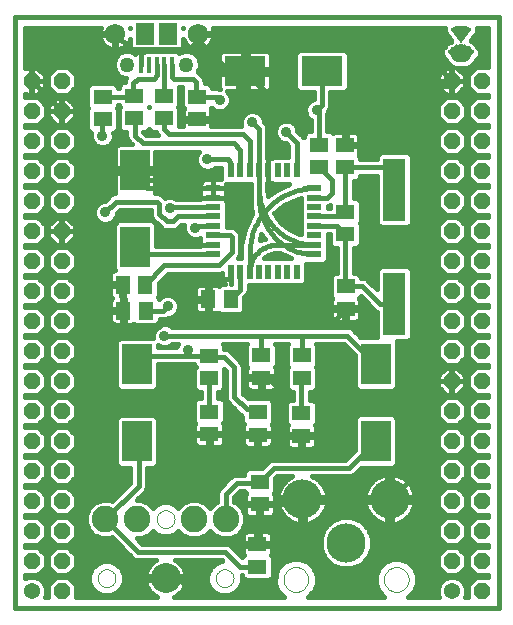
<source format=gtl>
G75*
%MOIN*%
%OFA0B0*%
%FSLAX24Y24*%
%IPPOS*%
%LPD*%
%AMOC8*
5,1,8,0,0,1.08239X$1,22.5*
%
%ADD10C,0.0160*%
%ADD11C,0.0540*%
%ADD12OC8,0.0540*%
%ADD13R,0.0312X0.0004*%
%ADD14R,0.0344X0.0004*%
%ADD15R,0.0368X0.0004*%
%ADD16R,0.0392X0.0004*%
%ADD17R,0.0408X0.0004*%
%ADD18R,0.0424X0.0004*%
%ADD19R,0.0432X0.0004*%
%ADD20R,0.0448X0.0004*%
%ADD21R,0.0456X0.0004*%
%ADD22R,0.0472X0.0004*%
%ADD23R,0.0480X0.0004*%
%ADD24R,0.0488X0.0004*%
%ADD25R,0.0496X0.0004*%
%ADD26R,0.0504X0.0004*%
%ADD27R,0.0512X0.0004*%
%ADD28R,0.0520X0.0004*%
%ADD29R,0.0528X0.0004*%
%ADD30R,0.0536X0.0004*%
%ADD31R,0.0536X0.0004*%
%ADD32R,0.0544X0.0004*%
%ADD33R,0.0552X0.0004*%
%ADD34R,0.0560X0.0004*%
%ADD35R,0.0560X0.0004*%
%ADD36R,0.0568X0.0004*%
%ADD37R,0.0576X0.0004*%
%ADD38R,0.0584X0.0004*%
%ADD39R,0.0592X0.0004*%
%ADD40R,0.0592X0.0004*%
%ADD41R,0.0600X0.0004*%
%ADD42R,0.0608X0.0004*%
%ADD43R,0.0608X0.0004*%
%ADD44R,0.0616X0.0004*%
%ADD45R,0.0624X0.0004*%
%ADD46R,0.0632X0.0004*%
%ADD47R,0.0632X0.0004*%
%ADD48R,0.0640X0.0004*%
%ADD49R,0.0648X0.0004*%
%ADD50R,0.0648X0.0004*%
%ADD51R,0.0656X0.0004*%
%ADD52R,0.0664X0.0004*%
%ADD53R,0.0664X0.0004*%
%ADD54R,0.0672X0.0004*%
%ADD55R,0.0680X0.0004*%
%ADD56R,0.0680X0.0004*%
%ADD57R,0.0688X0.0004*%
%ADD58R,0.0696X0.0004*%
%ADD59R,0.0700X0.0004*%
%ADD60R,0.0708X0.0004*%
%ADD61R,0.0716X0.0004*%
%ADD62R,0.0720X0.0004*%
%ADD63R,0.0720X0.0004*%
%ADD64R,0.0724X0.0004*%
%ADD65R,0.0808X0.0004*%
%ADD66R,0.0824X0.0004*%
%ADD67R,0.0832X0.0004*%
%ADD68R,0.0840X0.0004*%
%ADD69R,0.0848X0.0004*%
%ADD70R,0.0856X0.0004*%
%ADD71R,0.0860X0.0004*%
%ADD72R,0.0864X0.0004*%
%ADD73R,0.0864X0.0004*%
%ADD74R,0.0868X0.0004*%
%ADD75R,0.0872X0.0004*%
%ADD76R,0.0872X0.0004*%
%ADD77R,0.0860X0.0004*%
%ADD78R,0.0832X0.0004*%
%ADD79R,0.0824X0.0004*%
%ADD80R,0.0708X0.0004*%
%ADD81R,0.0712X0.0004*%
%ADD82R,0.0712X0.0004*%
%ADD83R,0.0700X0.0004*%
%ADD84R,0.0696X0.0004*%
%ADD85R,0.0692X0.0004*%
%ADD86R,0.0668X0.0004*%
%ADD87R,0.0660X0.0004*%
%ADD88R,0.0452X0.0004*%
%ADD89R,0.0188X0.0004*%
%ADD90R,0.0448X0.0004*%
%ADD91R,0.0440X0.0004*%
%ADD92R,0.0184X0.0004*%
%ADD93R,0.0432X0.0004*%
%ADD94R,0.0184X0.0004*%
%ADD95R,0.0424X0.0004*%
%ADD96R,0.0412X0.0004*%
%ADD97R,0.0128X0.0004*%
%ADD98R,0.0044X0.0004*%
%ADD99R,0.0400X0.0004*%
%ADD100R,0.0008X0.0004*%
%ADD101R,0.0388X0.0004*%
%ADD102R,0.0132X0.0004*%
%ADD103R,0.0360X0.0004*%
%ADD104R,0.0136X0.0004*%
%ADD105R,0.0340X0.0004*%
%ADD106R,0.0140X0.0004*%
%ADD107R,0.0328X0.0004*%
%ADD108R,0.0144X0.0004*%
%ADD109R,0.0324X0.0004*%
%ADD110R,0.0148X0.0004*%
%ADD111R,0.0320X0.0004*%
%ADD112R,0.0156X0.0004*%
%ADD113R,0.0316X0.0004*%
%ADD114R,0.0176X0.0004*%
%ADD115R,0.0080X0.0004*%
%ADD116R,0.0052X0.0004*%
%ADD117R,0.0380X0.0004*%
%ADD118R,0.0372X0.0004*%
%ADD119R,0.0356X0.0004*%
%ADD120R,0.0004X0.0004*%
%ADD121R,0.0308X0.0004*%
%ADD122R,0.0060X0.0004*%
%ADD123R,0.0240X0.0004*%
%ADD124R,0.0232X0.0004*%
%ADD125R,0.0044X0.0004*%
%ADD126R,0.0164X0.0004*%
%ADD127R,0.0056X0.0004*%
%ADD128R,0.0036X0.0004*%
%ADD129R,0.0156X0.0004*%
%ADD130R,0.0048X0.0004*%
%ADD131R,0.0024X0.0004*%
%ADD132R,0.0036X0.0004*%
%ADD133R,0.0016X0.0004*%
%ADD134R,0.0028X0.0004*%
%ADD135R,0.0012X0.0004*%
%ADD136R,0.0124X0.0004*%
%ADD137R,0.0108X0.0004*%
%ADD138R,0.0008X0.0004*%
%ADD139R,0.0092X0.0004*%
%ADD140R,0.0068X0.0004*%
%ADD141R,0.0008X0.0004*%
%ADD142R,0.0016X0.0004*%
%ADD143R,0.0024X0.0004*%
%ADD144R,0.0032X0.0004*%
%ADD145R,0.0032X0.0004*%
%ADD146R,0.0040X0.0004*%
%ADD147R,0.0056X0.0004*%
%ADD148R,0.0064X0.0004*%
%ADD149R,0.0072X0.0004*%
%ADD150R,0.0088X0.0004*%
%ADD151R,0.0096X0.0004*%
%ADD152R,0.0104X0.0004*%
%ADD153R,0.0112X0.0004*%
%ADD154R,0.0120X0.0004*%
%ADD155R,0.0124X0.0004*%
%ADD156R,0.0128X0.0004*%
%ADD157R,0.0144X0.0004*%
%ADD158R,0.0152X0.0004*%
%ADD159R,0.0152X0.0004*%
%ADD160R,0.0160X0.0004*%
%ADD161R,0.0168X0.0004*%
%ADD162R,0.0176X0.0004*%
%ADD163R,0.0184X0.0004*%
%ADD164R,0.0192X0.0004*%
%ADD165R,0.0200X0.0004*%
%ADD166R,0.0208X0.0004*%
%ADD167R,0.0216X0.0004*%
%ADD168R,0.0216X0.0004*%
%ADD169R,0.0224X0.0004*%
%ADD170R,0.0232X0.0004*%
%ADD171R,0.0240X0.0004*%
%ADD172R,0.0248X0.0004*%
%ADD173R,0.0256X0.0004*%
%ADD174R,0.0264X0.0004*%
%ADD175R,0.0272X0.0004*%
%ADD176R,0.0280X0.0004*%
%ADD177R,0.0288X0.0004*%
%ADD178R,0.0296X0.0004*%
%ADD179R,0.0304X0.0004*%
%ADD180R,0.0320X0.0004*%
%ADD181R,0.0328X0.0004*%
%ADD182R,0.0336X0.0004*%
%ADD183R,0.0336X0.0004*%
%ADD184R,0.0200X0.0004*%
%ADD185R,0.0128X0.0004*%
%ADD186R,0.0204X0.0004*%
%ADD187R,0.0216X0.0004*%
%ADD188R,0.0228X0.0004*%
%ADD189R,0.0416X0.0004*%
%ADD190R,0.0424X0.0004*%
%ADD191R,0.0428X0.0004*%
%ADD192R,0.0304X0.0004*%
%ADD193R,0.0180X0.0004*%
%ADD194R,0.0112X0.0004*%
%ADD195R,0.0176X0.0004*%
%ADD196R,0.0112X0.0004*%
%ADD197R,0.0132X0.0004*%
%ADD198R,0.0116X0.0004*%
%ADD199R,0.0332X0.0004*%
%ADD200R,0.0336X0.0004*%
%ADD201R,0.0480X0.0004*%
%ADD202R,0.0496X0.0004*%
%ADD203R,0.0512X0.0004*%
%ADD204R,0.0544X0.0004*%
%ADD205R,0.0208X0.0004*%
%ADD206R,0.0356X0.0004*%
%ADD207R,0.0208X0.0004*%
%ADD208R,0.0364X0.0004*%
%ADD209R,0.0212X0.0004*%
%ADD210R,0.0368X0.0004*%
%ADD211R,0.0220X0.0004*%
%ADD212R,0.0600X0.0004*%
%ADD213R,0.0356X0.0004*%
%ADD214R,0.0228X0.0004*%
%ADD215R,0.0236X0.0004*%
%ADD216R,0.0360X0.0004*%
%ADD217R,0.0368X0.0004*%
%ADD218R,0.0244X0.0004*%
%ADD219R,0.0252X0.0004*%
%ADD220R,0.0376X0.0004*%
%ADD221R,0.0672X0.0004*%
%ADD222R,0.0624X0.0004*%
%ADD223R,0.0596X0.0004*%
%ADD224R,0.0552X0.0004*%
%ADD225R,0.0456X0.0004*%
%ADD226R,0.0384X0.0004*%
%ADD227R,0.0352X0.0004*%
%ADD228R,0.0188X0.0004*%
%ADD229R,0.0108X0.0004*%
%ADD230R,0.0220X0.0500*%
%ADD231R,0.0500X0.0220*%
%ADD232C,0.1000*%
%ADD233C,0.0886*%
%ADD234C,0.0000*%
%ADD235C,0.1306*%
%ADD236R,0.0157X0.0531*%
%ADD237R,0.0591X0.0748*%
%ADD238C,0.0679*%
%ADD239C,0.0502*%
%ADD240R,0.0630X0.0512*%
%ADD241R,0.0591X0.0512*%
%ADD242R,0.0512X0.0591*%
%ADD243R,0.0984X0.1378*%
%ADD244R,0.1378X0.0984*%
%ADD245R,0.0760X0.2100*%
%ADD246C,0.0356*%
D10*
X003629Y003256D02*
X019770Y003256D01*
X019770Y022941D01*
X003629Y022941D01*
X003629Y003256D01*
X003989Y004232D02*
X003989Y004357D01*
X004005Y004341D01*
X004394Y004341D01*
X004669Y004616D01*
X004669Y005005D01*
X004394Y005281D01*
X004005Y005281D01*
X003989Y005265D01*
X003989Y005357D01*
X004005Y005341D01*
X004394Y005341D01*
X004669Y005616D01*
X004669Y006005D01*
X004394Y006281D01*
X004005Y006281D01*
X003989Y006265D01*
X003989Y006357D01*
X004005Y006341D01*
X004394Y006341D01*
X004669Y006616D01*
X004669Y007005D01*
X004394Y007281D01*
X004005Y007281D01*
X003989Y007265D01*
X003989Y007357D01*
X004005Y007341D01*
X004394Y007341D01*
X004669Y007616D01*
X004669Y008005D01*
X004394Y008281D01*
X004005Y008281D01*
X003989Y008265D01*
X003989Y008357D01*
X004005Y008341D01*
X004394Y008341D01*
X004669Y008616D01*
X004669Y009005D01*
X004394Y009281D01*
X004005Y009281D01*
X003989Y009265D01*
X003989Y009357D01*
X004005Y009341D01*
X004394Y009341D01*
X004669Y009616D01*
X004669Y010005D01*
X004394Y010281D01*
X004005Y010281D01*
X003989Y010265D01*
X003989Y010357D01*
X004005Y010341D01*
X004394Y010341D01*
X004669Y010616D01*
X004669Y011005D01*
X004394Y011281D01*
X004005Y011281D01*
X003989Y011265D01*
X003989Y011357D01*
X004005Y011341D01*
X004394Y011341D01*
X004669Y011616D01*
X004669Y012005D01*
X004394Y012281D01*
X004005Y012281D01*
X003989Y012265D01*
X003989Y012357D01*
X004005Y012341D01*
X004394Y012341D01*
X004669Y012616D01*
X004669Y013005D01*
X004394Y013281D01*
X004005Y013281D01*
X003989Y013265D01*
X003989Y013357D01*
X004005Y013341D01*
X004394Y013341D01*
X004669Y013616D01*
X004669Y014005D01*
X004394Y014281D01*
X004005Y014281D01*
X003989Y014265D01*
X003989Y014357D01*
X004005Y014341D01*
X004394Y014341D01*
X004669Y014616D01*
X004669Y015005D01*
X004394Y015281D01*
X004005Y015281D01*
X003989Y015265D01*
X003989Y015357D01*
X004005Y015341D01*
X004394Y015341D01*
X004669Y015616D01*
X004669Y016005D01*
X004394Y016281D01*
X004005Y016281D01*
X003989Y016265D01*
X003989Y016357D01*
X004005Y016341D01*
X004394Y016341D01*
X004669Y016616D01*
X004669Y017005D01*
X004394Y017281D01*
X004005Y017281D01*
X003989Y017265D01*
X003989Y017357D01*
X004005Y017341D01*
X004394Y017341D01*
X004669Y017616D01*
X004669Y018005D01*
X004394Y018281D01*
X004005Y018281D01*
X003989Y018265D01*
X003989Y018357D01*
X004005Y018341D01*
X004394Y018341D01*
X004669Y018616D01*
X004669Y019005D01*
X004394Y019281D01*
X004005Y019281D01*
X003989Y019265D01*
X003989Y019357D01*
X004005Y019341D01*
X004394Y019341D01*
X004669Y019616D01*
X004669Y020005D01*
X004394Y020281D01*
X004005Y020281D01*
X003989Y020265D01*
X003989Y020385D01*
X004013Y020361D01*
X004189Y020361D01*
X004189Y020801D01*
X004209Y020801D01*
X004209Y020361D01*
X004386Y020361D01*
X004649Y020624D01*
X004649Y020801D01*
X004209Y020801D01*
X004209Y020821D01*
X004189Y020821D01*
X004189Y021261D01*
X004013Y021261D01*
X003989Y021236D01*
X003989Y022581D01*
X006501Y022581D01*
X006479Y022512D01*
X006466Y022431D01*
X006466Y022424D01*
X006952Y022424D01*
X006952Y022357D01*
X007019Y022357D01*
X007019Y021871D01*
X007027Y021871D01*
X007107Y021884D01*
X007185Y021909D01*
X007258Y021946D01*
X007324Y021994D01*
X007382Y022052D01*
X007430Y022118D01*
X007467Y022191D01*
X007475Y022214D01*
X007475Y021930D01*
X007592Y021813D01*
X008348Y021813D01*
X008366Y021830D01*
X008379Y021817D01*
X009135Y021817D01*
X009253Y021934D01*
X009253Y022214D01*
X009260Y022191D01*
X009297Y022118D01*
X009345Y022052D01*
X009403Y021994D01*
X009469Y021946D01*
X009542Y021909D01*
X009620Y021884D01*
X009701Y021871D01*
X009708Y021871D01*
X009708Y022357D01*
X009775Y022357D01*
X009775Y021871D01*
X009782Y021871D01*
X009863Y021884D01*
X009941Y021909D01*
X010014Y021946D01*
X010080Y021994D01*
X010138Y022052D01*
X010186Y022118D01*
X010223Y022191D01*
X010248Y022269D01*
X010261Y022350D01*
X010261Y022357D01*
X009775Y022357D01*
X009775Y022424D01*
X010261Y022424D01*
X010261Y022431D01*
X010248Y022512D01*
X010226Y022581D01*
X017969Y022581D01*
X017969Y022433D01*
X017977Y022425D01*
X017977Y022421D01*
X017989Y022409D01*
X017989Y022405D01*
X017993Y022401D01*
X017993Y022401D01*
X018001Y022393D01*
X018001Y022389D01*
X018009Y022381D01*
X018009Y022381D01*
X018013Y022377D01*
X018013Y022373D01*
X018025Y022361D01*
X018025Y022357D01*
X018037Y022345D01*
X018037Y022341D01*
X018049Y022329D01*
X018049Y022325D01*
X018053Y022321D01*
X018053Y022321D01*
X018061Y022313D01*
X018061Y022309D01*
X018069Y022301D01*
X018069Y022301D01*
X018073Y022297D01*
X018073Y022293D01*
X018081Y022285D01*
X018081Y022281D01*
X018093Y022269D01*
X018093Y022265D01*
X018097Y022261D01*
X018097Y022261D01*
X018105Y022253D01*
X018105Y022249D01*
X018117Y022237D01*
X018117Y022233D01*
X018129Y022221D01*
X018129Y022217D01*
X018141Y022205D01*
X018141Y022201D01*
X018153Y022189D01*
X018153Y022185D01*
X018157Y022181D01*
X018157Y022181D01*
X018165Y022173D01*
X018165Y022169D01*
X018173Y022161D01*
X018173Y022161D01*
X018177Y022157D01*
X018177Y022153D01*
X018188Y022142D01*
X018170Y022124D01*
X018106Y022124D01*
X017989Y022006D01*
X017989Y021990D01*
X017985Y021986D01*
X017985Y021978D01*
X017877Y021870D01*
X017877Y021862D01*
X017873Y021858D01*
X017873Y021854D01*
X017873Y021677D01*
X017873Y021669D01*
X017877Y021665D01*
X017877Y021657D01*
X017977Y021557D01*
X017977Y021557D01*
X017981Y021553D01*
X017981Y021549D01*
X017985Y021545D01*
X017985Y021537D01*
X017989Y021533D01*
X017989Y021529D01*
X017993Y021525D01*
X017993Y021521D01*
X017997Y021517D01*
X017997Y021513D01*
X018001Y021509D01*
X018001Y021505D01*
X018005Y021501D01*
X018005Y021497D01*
X018009Y021493D01*
X018009Y021489D01*
X018013Y021485D01*
X018013Y021481D01*
X018021Y021473D01*
X018021Y021469D01*
X018029Y021461D01*
X018029Y021457D01*
X018041Y021445D01*
X018041Y021441D01*
X018061Y021421D01*
X018061Y021421D01*
X018178Y021304D01*
X018182Y021300D01*
X018186Y021296D01*
X018190Y021292D01*
X018194Y021292D01*
X018202Y021284D01*
X018206Y021284D01*
X018210Y021280D01*
X018214Y021276D01*
X018218Y021276D01*
X018222Y021272D01*
X018226Y021272D01*
X018230Y021268D01*
X018238Y021268D01*
X018242Y021264D01*
X018250Y021264D01*
X018253Y021261D01*
X018209Y021261D01*
X018209Y020821D01*
X018189Y020821D01*
X018189Y020801D01*
X017749Y020801D01*
X017749Y020624D01*
X018013Y020361D01*
X018189Y020361D01*
X018189Y020801D01*
X018209Y020801D01*
X018209Y020361D01*
X018386Y020361D01*
X018649Y020624D01*
X018649Y020801D01*
X018209Y020801D01*
X018209Y020821D01*
X018649Y020821D01*
X018649Y020997D01*
X018391Y021256D01*
X018747Y021256D01*
X018751Y021260D01*
X018763Y021260D01*
X018767Y021264D01*
X018775Y021264D01*
X018779Y021268D01*
X018787Y021268D01*
X018791Y021272D01*
X018795Y021272D01*
X018799Y021276D01*
X018803Y021276D01*
X018807Y021280D01*
X018811Y021284D01*
X018815Y021284D01*
X018823Y021292D01*
X018827Y021292D01*
X018831Y021296D01*
X018835Y021300D01*
X018839Y021304D01*
X018957Y021421D01*
X018977Y021441D01*
X018977Y021445D01*
X018989Y021457D01*
X018989Y021461D01*
X018997Y021469D01*
X018997Y021473D01*
X019005Y021481D01*
X019005Y021485D01*
X019009Y021489D01*
X019009Y021493D01*
X019013Y021497D01*
X019013Y021501D01*
X019017Y021505D01*
X019017Y021509D01*
X019021Y021513D01*
X019021Y021517D01*
X019025Y021521D01*
X019025Y021525D01*
X019029Y021529D01*
X019029Y021533D01*
X019033Y021537D01*
X019033Y021545D01*
X019037Y021549D01*
X019037Y021553D01*
X019041Y021557D01*
X019125Y021641D01*
X019137Y021653D01*
X019137Y021657D01*
X019141Y021661D01*
X019141Y021673D01*
X019145Y021677D01*
X019145Y021854D01*
X019141Y021858D01*
X019141Y021866D01*
X019137Y021870D01*
X019137Y021874D01*
X019133Y021878D01*
X019121Y021890D01*
X019121Y021890D01*
X019049Y021962D01*
X019049Y021970D01*
X019045Y021974D01*
X019045Y021978D01*
X019041Y021982D01*
X019041Y021986D01*
X019037Y021990D01*
X019037Y021990D01*
X019033Y021994D01*
X019033Y021998D01*
X019029Y022002D01*
X019025Y022006D01*
X019021Y022010D01*
X019021Y022010D01*
X018903Y022128D01*
X018895Y022136D01*
X018891Y022136D01*
X018883Y022144D01*
X018879Y022144D01*
X018875Y022148D01*
X018871Y022148D01*
X018867Y022152D01*
X018863Y022152D01*
X018859Y022156D01*
X018847Y022156D01*
X018843Y022160D01*
X018845Y022161D01*
X018853Y022169D01*
X018853Y022173D01*
X018861Y022181D01*
X018865Y022185D01*
X018865Y022189D01*
X018877Y022201D01*
X018877Y022205D01*
X018889Y022217D01*
X018889Y022221D01*
X018901Y022233D01*
X018901Y022237D01*
X018905Y022241D01*
X018913Y022249D01*
X018913Y022253D01*
X018921Y022261D01*
X018921Y022265D01*
X018937Y022281D01*
X018937Y022285D01*
X018945Y022293D01*
X018945Y022297D01*
X018949Y022301D01*
X018957Y022309D01*
X018957Y022313D01*
X018965Y022321D01*
X018969Y022325D01*
X018969Y022329D01*
X018981Y022341D01*
X018981Y022345D01*
X018993Y022357D01*
X018993Y022361D01*
X019005Y022373D01*
X019005Y022377D01*
X019009Y022381D01*
X019017Y022389D01*
X019017Y022393D01*
X019025Y022401D01*
X019029Y022405D01*
X019029Y022409D01*
X019041Y022421D01*
X019041Y022425D01*
X019049Y022433D01*
X019049Y022581D01*
X019410Y022581D01*
X019410Y021265D01*
X019394Y021281D01*
X019005Y021281D01*
X018729Y021005D01*
X018729Y020616D01*
X019005Y020341D01*
X019394Y020341D01*
X019410Y020357D01*
X019410Y020265D01*
X019394Y020281D01*
X019005Y020281D01*
X018729Y020005D01*
X018729Y019616D01*
X019005Y019341D01*
X019394Y019341D01*
X019410Y019357D01*
X019410Y019265D01*
X019394Y019281D01*
X019005Y019281D01*
X018729Y019005D01*
X018729Y018616D01*
X019005Y018341D01*
X019394Y018341D01*
X019410Y018357D01*
X019410Y018265D01*
X019394Y018281D01*
X019005Y018281D01*
X018729Y018005D01*
X018729Y017616D01*
X019005Y017341D01*
X019394Y017341D01*
X019410Y017357D01*
X019410Y017265D01*
X019394Y017281D01*
X019005Y017281D01*
X018729Y017005D01*
X018729Y016616D01*
X019005Y016341D01*
X019394Y016341D01*
X019410Y016357D01*
X019410Y016265D01*
X019394Y016281D01*
X019005Y016281D01*
X018729Y016005D01*
X018729Y015616D01*
X019005Y015341D01*
X019394Y015341D01*
X019410Y015357D01*
X019410Y015265D01*
X019394Y015281D01*
X019005Y015281D01*
X018729Y015005D01*
X018729Y014616D01*
X019005Y014341D01*
X019394Y014341D01*
X019410Y014357D01*
X019410Y014265D01*
X019394Y014281D01*
X019005Y014281D01*
X018729Y014005D01*
X018729Y013616D01*
X019005Y013341D01*
X019394Y013341D01*
X019410Y013357D01*
X019410Y013265D01*
X019394Y013281D01*
X019005Y013281D01*
X018729Y013005D01*
X018729Y012616D01*
X019005Y012341D01*
X019394Y012341D01*
X019410Y012357D01*
X019410Y012265D01*
X019394Y012281D01*
X019005Y012281D01*
X018729Y012005D01*
X018729Y011616D01*
X019005Y011341D01*
X019394Y011341D01*
X019410Y011357D01*
X019410Y011265D01*
X019394Y011281D01*
X019005Y011281D01*
X018729Y011005D01*
X018729Y010616D01*
X019005Y010341D01*
X019394Y010341D01*
X019410Y010357D01*
X019410Y010265D01*
X019394Y010281D01*
X019005Y010281D01*
X018729Y010005D01*
X018729Y009616D01*
X019005Y009341D01*
X019394Y009341D01*
X019410Y009357D01*
X019410Y009265D01*
X019394Y009281D01*
X019005Y009281D01*
X018729Y009005D01*
X018729Y008616D01*
X019005Y008341D01*
X019394Y008341D01*
X019410Y008357D01*
X019410Y008265D01*
X019394Y008281D01*
X019005Y008281D01*
X018729Y008005D01*
X018729Y007616D01*
X019005Y007341D01*
X019394Y007341D01*
X019410Y007357D01*
X019410Y007265D01*
X019394Y007281D01*
X019005Y007281D01*
X018729Y007005D01*
X018729Y006616D01*
X019005Y006341D01*
X019394Y006341D01*
X019410Y006357D01*
X019410Y006265D01*
X019394Y006281D01*
X019005Y006281D01*
X018729Y006005D01*
X018729Y005616D01*
X019005Y005341D01*
X019394Y005341D01*
X019410Y005357D01*
X019410Y005265D01*
X019394Y005281D01*
X019005Y005281D01*
X018729Y005005D01*
X018729Y004616D01*
X019005Y004341D01*
X019394Y004341D01*
X019410Y004357D01*
X019410Y004265D01*
X019394Y004281D01*
X019005Y004281D01*
X018729Y004005D01*
X018729Y003616D01*
X018730Y003616D01*
X018627Y003616D01*
X018669Y003717D01*
X018669Y003904D01*
X018598Y004077D01*
X018466Y004209D01*
X018293Y004281D01*
X018106Y004281D01*
X017933Y004209D01*
X017801Y004077D01*
X017729Y003904D01*
X017729Y003717D01*
X017772Y003616D01*
X016753Y003616D01*
X016940Y003802D01*
X017045Y004057D01*
X017045Y004333D01*
X016940Y004588D01*
X016745Y004783D01*
X016490Y004889D01*
X016214Y004889D01*
X015959Y004783D01*
X015764Y004588D01*
X015658Y004333D01*
X015658Y004057D01*
X015764Y003802D01*
X015951Y003616D01*
X013406Y003616D01*
X013593Y003802D01*
X013699Y004057D01*
X013699Y004333D01*
X013593Y004588D01*
X013398Y004783D01*
X013143Y004889D01*
X012867Y004889D01*
X012613Y004783D01*
X012418Y004588D01*
X012312Y004333D01*
X012312Y004057D01*
X012418Y003802D01*
X012604Y003616D01*
X008936Y003616D01*
X008964Y003627D01*
X009042Y003672D01*
X009112Y003726D01*
X009175Y003789D01*
X009230Y003860D01*
X009274Y003937D01*
X009308Y004020D01*
X009331Y004106D01*
X009340Y004171D01*
X008731Y004171D01*
X008731Y004306D01*
X009340Y004306D01*
X009331Y004372D01*
X009308Y004458D01*
X009274Y004540D01*
X009230Y004617D01*
X009175Y004688D01*
X009112Y004751D01*
X009042Y004805D01*
X008989Y004836D01*
X010533Y004836D01*
X010554Y004814D01*
X010517Y004814D01*
X010306Y004726D01*
X010144Y004564D01*
X010056Y004353D01*
X010056Y004124D01*
X010144Y003913D01*
X010306Y003751D01*
X010517Y003663D01*
X010746Y003663D01*
X010957Y003751D01*
X011119Y003913D01*
X011207Y004124D01*
X011207Y004347D01*
X011209Y004347D01*
X011209Y004288D01*
X011326Y004171D01*
X012121Y004171D01*
X012239Y004288D01*
X012239Y004965D01*
X012187Y005016D01*
X012206Y005049D01*
X012219Y005095D01*
X012219Y005327D01*
X011772Y005327D01*
X011772Y005423D01*
X011676Y005423D01*
X011676Y005811D01*
X011385Y005811D01*
X011339Y005798D01*
X011298Y005775D01*
X011265Y005741D01*
X011241Y005700D01*
X011229Y005654D01*
X011229Y005423D01*
X011676Y005423D01*
X011676Y005327D01*
X011229Y005327D01*
X011229Y005095D01*
X011241Y005049D01*
X011260Y005016D01*
X011209Y004965D01*
X011209Y004952D01*
X010886Y005274D01*
X010807Y005353D01*
X010704Y005396D01*
X007863Y005396D01*
X007694Y005564D01*
X007846Y005564D01*
X008082Y005662D01*
X008238Y005818D01*
X008337Y005719D01*
X008549Y005632D01*
X008777Y005632D01*
X008989Y005719D01*
X009088Y005818D01*
X009244Y005662D01*
X009480Y005564D01*
X009736Y005564D01*
X009972Y005662D01*
X010139Y005829D01*
X010307Y005662D01*
X010543Y005564D01*
X010799Y005564D01*
X011035Y005662D01*
X011216Y005843D01*
X011314Y006079D01*
X011314Y006335D01*
X011216Y006571D01*
X011035Y006752D01*
X010951Y006787D01*
X010951Y006942D01*
X011145Y007136D01*
X011289Y007136D01*
X011289Y007121D01*
X011340Y007070D01*
X011321Y007037D01*
X011309Y006991D01*
X011309Y006760D01*
X011756Y006760D01*
X011756Y006664D01*
X011852Y006664D01*
X011852Y006760D01*
X012299Y006760D01*
X012299Y006991D01*
X012286Y007037D01*
X012267Y007070D01*
X012319Y007121D01*
X012319Y007579D01*
X012376Y007636D01*
X012889Y007636D01*
X012853Y007621D01*
X012758Y007566D01*
X012672Y007500D01*
X012594Y007423D01*
X012528Y007336D01*
X012473Y007241D01*
X012432Y007141D01*
X012403Y007035D01*
X012392Y006952D01*
X013142Y006952D01*
X013142Y006792D01*
X013302Y006792D01*
X013302Y006043D01*
X013385Y006054D01*
X013490Y006082D01*
X013591Y006124D01*
X013686Y006178D01*
X013772Y006245D01*
X013849Y006322D01*
X013916Y006409D01*
X013970Y006503D01*
X014012Y006604D01*
X014040Y006709D01*
X014051Y006792D01*
X013302Y006792D01*
X013302Y006952D01*
X014051Y006952D01*
X014040Y007035D01*
X014012Y007141D01*
X013970Y007241D01*
X013916Y007336D01*
X013849Y007423D01*
X013772Y007500D01*
X013686Y007566D01*
X013591Y007621D01*
X013555Y007636D01*
X014824Y007636D01*
X014927Y007678D01*
X015005Y007757D01*
X015176Y007927D01*
X016244Y007927D01*
X016361Y008044D01*
X016361Y009588D01*
X016244Y009705D01*
X015094Y009705D01*
X014976Y009588D01*
X014976Y008520D01*
X014652Y008196D01*
X012204Y008196D01*
X012101Y008153D01*
X011864Y007916D01*
X011406Y007916D01*
X011289Y007798D01*
X011289Y007696D01*
X010973Y007696D01*
X010870Y007653D01*
X010791Y007574D01*
X010433Y007216D01*
X010391Y007114D01*
X010391Y006787D01*
X010307Y006752D01*
X010139Y006585D01*
X009972Y006752D01*
X009736Y006850D01*
X009480Y006850D01*
X009244Y006752D01*
X009088Y006596D01*
X008989Y006695D01*
X008777Y006782D01*
X008549Y006782D01*
X008337Y006695D01*
X008238Y006596D01*
X008082Y006752D01*
X007846Y006850D01*
X007694Y006850D01*
X007996Y007152D01*
X008039Y007255D01*
X008039Y007917D01*
X008279Y007917D01*
X008396Y008034D01*
X008396Y009578D01*
X008279Y009695D01*
X007129Y009695D01*
X007011Y009578D01*
X007011Y008034D01*
X007129Y007917D01*
X007479Y007917D01*
X007479Y007427D01*
X006867Y006815D01*
X006783Y006850D01*
X006527Y006850D01*
X006291Y006752D01*
X006110Y006571D01*
X006012Y006335D01*
X006012Y006079D01*
X006110Y005843D01*
X006291Y005662D01*
X006527Y005564D01*
X006783Y005564D01*
X006867Y005599D01*
X007588Y004878D01*
X007691Y004836D01*
X008337Y004836D01*
X008284Y004805D01*
X008214Y004751D01*
X008151Y004688D01*
X008096Y004617D01*
X008052Y004540D01*
X008018Y004458D01*
X007995Y004372D01*
X007986Y004306D01*
X008595Y004306D01*
X008595Y004171D01*
X007986Y004171D01*
X007995Y004106D01*
X008018Y004020D01*
X008052Y003937D01*
X008096Y003860D01*
X008151Y003789D01*
X008214Y003726D01*
X008284Y003672D01*
X008362Y003627D01*
X008390Y003616D01*
X005669Y003616D01*
X005669Y003616D01*
X005669Y004005D01*
X005394Y004281D01*
X005005Y004281D01*
X004729Y004005D01*
X004729Y003616D01*
X004730Y003616D01*
X004627Y003616D01*
X004669Y003717D01*
X004669Y003904D01*
X004598Y004077D01*
X004466Y004209D01*
X004293Y004281D01*
X004106Y004281D01*
X003989Y004232D01*
X004419Y004365D02*
X004980Y004365D01*
X005005Y004341D02*
X005394Y004341D01*
X005669Y004616D01*
X005669Y005005D01*
X005394Y005281D01*
X005005Y005281D01*
X004729Y005005D01*
X004729Y004616D01*
X005005Y004341D01*
X004931Y004207D02*
X004468Y004207D01*
X004610Y004048D02*
X004772Y004048D01*
X004729Y003890D02*
X004669Y003890D01*
X004669Y003731D02*
X004729Y003731D01*
X004822Y004524D02*
X004577Y004524D01*
X004669Y004682D02*
X004729Y004682D01*
X004729Y004841D02*
X004669Y004841D01*
X004669Y004999D02*
X004729Y004999D01*
X004882Y005158D02*
X004517Y005158D01*
X004528Y005475D02*
X004871Y005475D01*
X005005Y005341D02*
X005394Y005341D01*
X005669Y005616D01*
X005669Y006005D01*
X005394Y006281D01*
X005005Y006281D01*
X004729Y006005D01*
X004729Y005616D01*
X005005Y005341D01*
X004729Y005633D02*
X004669Y005633D01*
X004669Y005792D02*
X004729Y005792D01*
X004729Y005950D02*
X004669Y005950D01*
X004566Y006109D02*
X004833Y006109D01*
X004991Y006267D02*
X004408Y006267D01*
X004479Y006426D02*
X004920Y006426D01*
X005005Y006341D02*
X005394Y006341D01*
X005669Y006616D01*
X005669Y007005D01*
X005394Y007281D01*
X005005Y007281D01*
X004729Y007005D01*
X004729Y006616D01*
X005005Y006341D01*
X004761Y006584D02*
X004638Y006584D01*
X004669Y006743D02*
X004729Y006743D01*
X004729Y006901D02*
X004669Y006901D01*
X004615Y007060D02*
X004784Y007060D01*
X004942Y007218D02*
X004457Y007218D01*
X004430Y007377D02*
X004969Y007377D01*
X005005Y007341D02*
X005394Y007341D01*
X005669Y007616D01*
X005669Y008005D01*
X005394Y008281D01*
X005005Y008281D01*
X004729Y008005D01*
X004729Y007616D01*
X005005Y007341D01*
X004810Y007535D02*
X004589Y007535D01*
X004669Y007694D02*
X004729Y007694D01*
X004729Y007852D02*
X004669Y007852D01*
X004664Y008011D02*
X004735Y008011D01*
X004893Y008169D02*
X004506Y008169D01*
X004540Y008486D02*
X004859Y008486D01*
X004729Y008616D02*
X005005Y008341D01*
X005394Y008341D01*
X005669Y008616D01*
X005669Y009005D01*
X005394Y009281D01*
X005005Y009281D01*
X004729Y009005D01*
X004729Y008616D01*
X004729Y008645D02*
X004669Y008645D01*
X004669Y008803D02*
X004729Y008803D01*
X004729Y008962D02*
X004669Y008962D01*
X004555Y009120D02*
X004844Y009120D01*
X005003Y009279D02*
X004396Y009279D01*
X004491Y009437D02*
X004908Y009437D01*
X005005Y009341D02*
X005394Y009341D01*
X005669Y009616D01*
X005669Y010005D01*
X005394Y010281D01*
X005005Y010281D01*
X004729Y010005D01*
X004729Y009616D01*
X005005Y009341D01*
X004750Y009596D02*
X004649Y009596D01*
X004669Y009754D02*
X004729Y009754D01*
X004729Y009913D02*
X004669Y009913D01*
X004604Y010071D02*
X004795Y010071D01*
X004954Y010230D02*
X004445Y010230D01*
X004442Y010388D02*
X004957Y010388D01*
X005005Y010341D02*
X005394Y010341D01*
X005669Y010616D01*
X005669Y011005D01*
X005394Y011281D01*
X005005Y011281D01*
X004729Y011005D01*
X004729Y010616D01*
X005005Y010341D01*
X004799Y010547D02*
X004600Y010547D01*
X004669Y010705D02*
X004729Y010705D01*
X004729Y010864D02*
X004669Y010864D01*
X004653Y011022D02*
X004746Y011022D01*
X004905Y011181D02*
X004494Y011181D01*
X004551Y011498D02*
X004848Y011498D01*
X004729Y011616D02*
X005005Y011341D01*
X005394Y011341D01*
X005669Y011616D01*
X005669Y012005D01*
X005394Y012281D01*
X005005Y012281D01*
X004729Y012005D01*
X004729Y011616D01*
X004729Y011656D02*
X004669Y011656D01*
X004669Y011815D02*
X004729Y011815D01*
X004729Y011973D02*
X004669Y011973D01*
X004543Y012132D02*
X004856Y012132D01*
X005005Y012341D02*
X005394Y012341D01*
X005669Y012616D01*
X005669Y013005D01*
X005394Y013281D01*
X005005Y013281D01*
X004729Y013005D01*
X004729Y012616D01*
X005005Y012341D01*
X004897Y012449D02*
X004502Y012449D01*
X004661Y012607D02*
X004738Y012607D01*
X004729Y012766D02*
X004669Y012766D01*
X004669Y012924D02*
X004729Y012924D01*
X004807Y013083D02*
X004592Y013083D01*
X004434Y013241D02*
X004965Y013241D01*
X005005Y013341D02*
X005394Y013341D01*
X005669Y013616D01*
X005669Y014005D01*
X005394Y014281D01*
X005005Y014281D01*
X004729Y014005D01*
X004729Y013616D01*
X005005Y013341D01*
X004946Y013400D02*
X004453Y013400D01*
X004612Y013558D02*
X004787Y013558D01*
X004729Y013717D02*
X004669Y013717D01*
X004669Y013875D02*
X004729Y013875D01*
X004758Y014034D02*
X004641Y014034D01*
X004483Y014192D02*
X004916Y014192D01*
X005005Y014341D02*
X005394Y014341D01*
X005669Y014616D01*
X005669Y015005D01*
X005394Y015281D01*
X005005Y015281D01*
X004729Y015005D01*
X004729Y014616D01*
X005005Y014341D01*
X004995Y014351D02*
X004404Y014351D01*
X004563Y014509D02*
X004836Y014509D01*
X004729Y014668D02*
X004669Y014668D01*
X004669Y014826D02*
X004729Y014826D01*
X004729Y014985D02*
X004669Y014985D01*
X004532Y015143D02*
X004867Y015143D01*
X005013Y015361D02*
X004749Y015624D01*
X004749Y015801D01*
X005189Y015801D01*
X005189Y015821D01*
X004749Y015821D01*
X004749Y015997D01*
X005013Y016261D01*
X005189Y016261D01*
X005189Y015821D01*
X005209Y015821D01*
X005209Y016261D01*
X005386Y016261D01*
X005649Y015997D01*
X005649Y015821D01*
X005209Y015821D01*
X005209Y015801D01*
X005209Y015361D01*
X005386Y015361D01*
X005649Y015624D01*
X005649Y015801D01*
X005209Y015801D01*
X005189Y015801D01*
X005189Y015361D01*
X005013Y015361D01*
X004914Y015460D02*
X004514Y015460D01*
X004669Y015619D02*
X004755Y015619D01*
X004749Y015777D02*
X004669Y015777D01*
X004669Y015936D02*
X004749Y015936D01*
X004846Y016094D02*
X004581Y016094D01*
X004422Y016253D02*
X005005Y016253D01*
X005005Y016341D02*
X005394Y016341D01*
X005669Y016616D01*
X005669Y017005D01*
X005394Y017281D01*
X005005Y017281D01*
X004729Y017005D01*
X004729Y016616D01*
X005005Y016341D01*
X004934Y016411D02*
X004465Y016411D01*
X004623Y016570D02*
X004776Y016570D01*
X004729Y016728D02*
X004669Y016728D01*
X004669Y016887D02*
X004729Y016887D01*
X004769Y017045D02*
X004630Y017045D01*
X004471Y017204D02*
X004928Y017204D01*
X005005Y017341D02*
X005394Y017341D01*
X005669Y017616D01*
X005669Y018005D01*
X005394Y018281D01*
X005005Y018281D01*
X004729Y018005D01*
X004729Y017616D01*
X005005Y017341D01*
X004983Y017362D02*
X004416Y017362D01*
X004574Y017521D02*
X004825Y017521D01*
X004729Y017679D02*
X004669Y017679D01*
X004669Y017838D02*
X004729Y017838D01*
X004729Y017996D02*
X004669Y017996D01*
X004520Y018155D02*
X004879Y018155D01*
X005005Y018341D02*
X005394Y018341D01*
X005669Y018616D01*
X005669Y019005D01*
X005394Y019281D01*
X005005Y019281D01*
X004729Y019005D01*
X004729Y018616D01*
X005005Y018341D01*
X004874Y018472D02*
X004525Y018472D01*
X004669Y018630D02*
X004729Y018630D01*
X004729Y018789D02*
X004669Y018789D01*
X004669Y018947D02*
X004729Y018947D01*
X004830Y019106D02*
X004569Y019106D01*
X004411Y019264D02*
X004988Y019264D01*
X005013Y019361D02*
X004749Y019624D01*
X004749Y019801D01*
X005189Y019801D01*
X005189Y019821D01*
X004749Y019821D01*
X004749Y019997D01*
X005013Y020261D01*
X005189Y020261D01*
X005189Y019821D01*
X005209Y019821D01*
X005209Y020261D01*
X005386Y020261D01*
X005649Y019997D01*
X005649Y019821D01*
X005209Y019821D01*
X005209Y019801D01*
X005209Y019361D01*
X005386Y019361D01*
X005649Y019624D01*
X005649Y019801D01*
X005209Y019801D01*
X005189Y019801D01*
X005189Y019361D01*
X005013Y019361D01*
X004951Y019423D02*
X004476Y019423D01*
X004635Y019581D02*
X004793Y019581D01*
X004749Y019740D02*
X004669Y019740D01*
X004669Y019898D02*
X004749Y019898D01*
X004809Y020057D02*
X004618Y020057D01*
X004460Y020215D02*
X004967Y020215D01*
X005005Y020341D02*
X005394Y020341D01*
X005669Y020616D01*
X005669Y021005D01*
X005394Y021281D01*
X005005Y021281D01*
X004729Y021005D01*
X004729Y020616D01*
X005005Y020341D01*
X004972Y020374D02*
X004399Y020374D01*
X004209Y020374D02*
X004189Y020374D01*
X004189Y020532D02*
X004209Y020532D01*
X004209Y020691D02*
X004189Y020691D01*
X004199Y020811D02*
X005199Y019811D01*
X005854Y019811D01*
X005969Y019926D01*
X005969Y022246D01*
X006114Y022391D01*
X006986Y022391D01*
X007506Y021871D01*
X007844Y021871D01*
X007852Y021862D01*
X007852Y021337D01*
X007852Y021709D02*
X007852Y021783D01*
X007852Y021709D01*
X007852Y021709D01*
X007852Y021783D02*
X007749Y021783D01*
X007704Y021771D01*
X007663Y021747D01*
X007645Y021729D01*
X007635Y021739D01*
X007469Y021808D01*
X007290Y021808D01*
X007124Y021739D01*
X006997Y021613D01*
X006928Y021447D01*
X006928Y021267D01*
X006997Y021102D01*
X007124Y020975D01*
X007290Y020906D01*
X007343Y020906D01*
X007341Y020904D01*
X007299Y020801D01*
X007299Y020771D01*
X007216Y020771D01*
X007099Y020653D01*
X007099Y020570D01*
X007084Y020570D01*
X007084Y020628D01*
X006966Y020746D01*
X006171Y020746D01*
X006054Y020628D01*
X006054Y019951D01*
X006089Y019916D01*
X006054Y019880D01*
X006054Y019203D01*
X006171Y019086D01*
X006188Y019086D01*
X006175Y019056D01*
X006175Y018905D01*
X006233Y018766D01*
X006339Y018660D01*
X006478Y018602D01*
X006629Y018602D01*
X006768Y018660D01*
X006874Y018766D01*
X006932Y018905D01*
X006932Y019056D01*
X006919Y019086D01*
X006966Y019086D01*
X007084Y019203D01*
X007084Y019880D01*
X007048Y019916D01*
X007084Y019951D01*
X007084Y020010D01*
X007099Y020010D01*
X007099Y019976D01*
X007134Y019941D01*
X007099Y019905D01*
X007099Y019228D01*
X007216Y019111D01*
X007354Y019111D01*
X007354Y018940D01*
X007396Y018837D01*
X007475Y018758D01*
X007529Y018704D01*
X007133Y018704D01*
X007087Y018692D01*
X007046Y018668D01*
X007012Y018635D01*
X006989Y018594D01*
X006976Y018548D01*
X006976Y017915D01*
X007569Y017915D01*
X007569Y017755D01*
X006976Y017755D01*
X006976Y017122D01*
X006989Y017077D01*
X006989Y017076D01*
X006953Y017076D01*
X006850Y017033D01*
X006631Y016814D01*
X006573Y016814D01*
X006434Y016756D01*
X006328Y016650D01*
X006270Y016511D01*
X006270Y016360D01*
X006328Y016221D01*
X006434Y016115D01*
X006573Y016057D01*
X006724Y016057D01*
X006863Y016115D01*
X006969Y016221D01*
X007027Y016360D01*
X007027Y016418D01*
X007125Y016516D01*
X008174Y016516D01*
X008174Y016320D01*
X008216Y016217D01*
X008461Y015972D01*
X008540Y015893D01*
X008643Y015851D01*
X008949Y015851D01*
X009052Y015893D01*
X009177Y016018D01*
X009278Y016018D01*
X009270Y016001D01*
X009270Y015850D01*
X009328Y015711D01*
X009434Y015605D01*
X009573Y015547D01*
X009724Y015547D01*
X009794Y015576D01*
X009794Y015475D01*
X009814Y015455D01*
X009814Y015353D01*
X009814Y015318D01*
X008341Y015318D01*
X008341Y016048D01*
X008224Y016165D01*
X007074Y016165D01*
X006956Y016048D01*
X006956Y014504D01*
X006960Y014501D01*
X006950Y014501D01*
X006904Y014489D01*
X006863Y014465D01*
X006830Y014431D01*
X006806Y014390D01*
X006794Y014345D01*
X006794Y014074D01*
X007182Y014074D01*
X007182Y013978D01*
X007278Y013978D01*
X007278Y013550D01*
X007303Y013550D01*
X007303Y013209D01*
X007207Y013209D01*
X007207Y013636D01*
X007182Y013636D01*
X007182Y013978D01*
X006794Y013978D01*
X006794Y013707D01*
X006806Y013661D01*
X006830Y013620D01*
X006863Y013586D01*
X006870Y013582D01*
X006855Y013566D01*
X006831Y013525D01*
X006819Y013480D01*
X006819Y013209D01*
X007207Y013209D01*
X007207Y013113D01*
X007303Y013113D01*
X007303Y012685D01*
X007534Y012685D01*
X007580Y012698D01*
X007613Y012716D01*
X007664Y012665D01*
X008341Y012665D01*
X008459Y012782D01*
X008459Y012881D01*
X008639Y012881D01*
X008742Y012923D01*
X008746Y012927D01*
X008804Y012927D01*
X008943Y012985D01*
X009049Y013091D01*
X009107Y013230D01*
X009107Y013381D01*
X009049Y013520D01*
X008943Y013626D01*
X008804Y013684D01*
X008653Y013684D01*
X008514Y013626D01*
X008443Y013554D01*
X008392Y013606D01*
X008434Y013647D01*
X008434Y014086D01*
X008739Y014391D01*
X010489Y014391D01*
X010541Y014412D01*
X010541Y014177D01*
X010553Y014131D01*
X010577Y014090D01*
X010611Y014057D01*
X010647Y014036D01*
X010489Y014036D01*
X010438Y013985D01*
X010405Y014004D01*
X010359Y014016D01*
X010128Y014016D01*
X010128Y013589D01*
X010032Y013589D01*
X010032Y014016D01*
X009800Y014016D01*
X009754Y014004D01*
X009713Y013980D01*
X009680Y013946D01*
X009656Y013905D01*
X009644Y013860D01*
X009644Y013589D01*
X010032Y013589D01*
X010032Y013493D01*
X010128Y013493D01*
X010128Y013065D01*
X010359Y013065D01*
X010405Y013078D01*
X010438Y013096D01*
X010489Y013045D01*
X011166Y013045D01*
X011284Y013162D01*
X011284Y013601D01*
X011384Y013701D01*
X011426Y013803D01*
X011426Y014001D01*
X013229Y014001D01*
X013346Y014118D01*
X013346Y014728D01*
X013956Y014728D01*
X014074Y014845D01*
X014074Y015703D01*
X014134Y015703D01*
X014134Y015358D01*
X014251Y015241D01*
X014369Y015241D01*
X014369Y014426D01*
X014285Y014426D01*
X014168Y014308D01*
X014168Y013631D01*
X014219Y013580D01*
X014201Y013547D01*
X014188Y013501D01*
X014188Y013270D01*
X014616Y013270D01*
X014616Y013174D01*
X014712Y013174D01*
X014712Y013270D01*
X015139Y013270D01*
X015139Y013501D01*
X015127Y013547D01*
X015108Y013580D01*
X015159Y013631D01*
X015159Y013634D01*
X015640Y013153D01*
X015709Y013125D01*
X015709Y012264D01*
X015176Y012264D01*
X014877Y012563D01*
X014774Y012606D01*
X008878Y012606D01*
X008838Y012646D01*
X008699Y012704D01*
X008548Y012704D01*
X008409Y012646D01*
X008303Y012540D01*
X008245Y012401D01*
X008245Y012254D01*
X007129Y012254D01*
X007011Y012137D01*
X007011Y010593D01*
X007129Y010476D01*
X008279Y010476D01*
X008396Y010593D01*
X008396Y011375D01*
X009623Y011375D01*
X009623Y011316D01*
X009659Y011281D01*
X009623Y011245D01*
X009623Y010568D01*
X009740Y010451D01*
X009839Y010451D01*
X009839Y010251D01*
X009721Y010251D01*
X009604Y010133D01*
X009604Y009456D01*
X009655Y009405D01*
X009636Y009372D01*
X009624Y009326D01*
X009624Y009095D01*
X010071Y009095D01*
X010071Y008999D01*
X010167Y008999D01*
X010167Y009095D01*
X010614Y009095D01*
X010614Y009326D01*
X010601Y009372D01*
X010582Y009405D01*
X010634Y009456D01*
X010634Y010133D01*
X010516Y010251D01*
X010399Y010251D01*
X010399Y010451D01*
X010497Y010451D01*
X010614Y010568D01*
X010614Y011214D01*
X010674Y011155D01*
X010674Y010230D01*
X010716Y010127D01*
X011151Y009692D01*
X011162Y009674D01*
X011190Y009653D01*
X011215Y009628D01*
X011224Y009625D01*
X011224Y009436D01*
X011275Y009385D01*
X011256Y009352D01*
X011244Y009306D01*
X011244Y009075D01*
X011691Y009075D01*
X011691Y008979D01*
X011787Y008979D01*
X011787Y009075D01*
X012234Y009075D01*
X012234Y009306D01*
X012221Y009352D01*
X012202Y009385D01*
X012254Y009436D01*
X012254Y010113D01*
X012136Y010231D01*
X011405Y010231D01*
X011234Y010402D01*
X011234Y011326D01*
X011191Y011429D01*
X011112Y011508D01*
X010767Y011853D01*
X010664Y011896D01*
X010614Y011896D01*
X010614Y011993D01*
X010562Y012046D01*
X011366Y012046D01*
X011329Y012008D01*
X011329Y011331D01*
X011380Y011280D01*
X011361Y011247D01*
X011349Y011201D01*
X011349Y010970D01*
X011796Y010970D01*
X011796Y010874D01*
X011892Y010874D01*
X011892Y010970D01*
X012339Y010970D01*
X012339Y011201D01*
X012326Y011247D01*
X012307Y011280D01*
X012359Y011331D01*
X012359Y012008D01*
X012321Y012046D01*
X012756Y012046D01*
X012713Y012003D01*
X012713Y011326D01*
X012749Y011291D01*
X012713Y011255D01*
X012713Y010578D01*
X012830Y010461D01*
X012909Y010461D01*
X012909Y010191D01*
X012791Y010191D01*
X012674Y010073D01*
X012674Y009396D01*
X012725Y009345D01*
X012706Y009312D01*
X012694Y009266D01*
X012694Y009035D01*
X013141Y009035D01*
X013141Y008939D01*
X013237Y008939D01*
X013237Y009035D01*
X013684Y009035D01*
X013684Y009266D01*
X013671Y009312D01*
X013652Y009345D01*
X013704Y009396D01*
X013704Y010073D01*
X013586Y010191D01*
X013469Y010191D01*
X013469Y010461D01*
X013587Y010461D01*
X013704Y010578D01*
X013704Y011255D01*
X013669Y011291D01*
X013704Y011326D01*
X013704Y012003D01*
X013662Y012046D01*
X014602Y012046D01*
X014976Y011671D01*
X014976Y010603D01*
X015094Y010486D01*
X016244Y010486D01*
X016361Y010603D01*
X016361Y012141D01*
X016751Y012141D01*
X016869Y012258D01*
X016869Y014523D01*
X016751Y014641D01*
X015826Y014641D01*
X015709Y014523D01*
X015709Y013877D01*
X015457Y014128D01*
X015378Y014207D01*
X015275Y014250D01*
X015159Y014250D01*
X015159Y014308D01*
X015042Y014426D01*
X014929Y014426D01*
X014929Y015241D01*
X015046Y015241D01*
X015164Y015358D01*
X015164Y016035D01*
X015128Y016071D01*
X015164Y016106D01*
X015164Y016783D01*
X015046Y016901D01*
X014929Y016901D01*
X014929Y017476D01*
X015027Y017476D01*
X015144Y017593D01*
X015144Y017652D01*
X015709Y017652D01*
X015709Y016058D01*
X015826Y015941D01*
X016751Y015941D01*
X016869Y016058D01*
X016869Y018323D01*
X016751Y018441D01*
X015826Y018441D01*
X015709Y018323D01*
X015709Y018212D01*
X015144Y018212D01*
X015144Y018270D01*
X015093Y018321D01*
X015112Y018354D01*
X015124Y018400D01*
X015124Y018632D01*
X014697Y018632D01*
X014697Y018728D01*
X014601Y018728D01*
X014601Y019116D01*
X014330Y019116D01*
X014284Y019103D01*
X014243Y019080D01*
X014240Y019077D01*
X014171Y019146D01*
X014054Y019146D01*
X014054Y019722D01*
X014072Y019765D01*
X014072Y019823D01*
X014110Y019862D01*
X014153Y019964D01*
X014153Y020448D01*
X014645Y020448D01*
X014762Y020566D01*
X014762Y021716D01*
X014645Y021833D01*
X013101Y021833D01*
X012984Y021716D01*
X012984Y020566D01*
X013101Y020448D01*
X013593Y020448D01*
X013593Y020208D01*
X013479Y020161D01*
X013373Y020055D01*
X013315Y019916D01*
X013315Y019765D01*
X013373Y019626D01*
X013479Y019520D01*
X013494Y019514D01*
X013494Y019146D01*
X013376Y019146D01*
X013259Y019028D01*
X013259Y018932D01*
X013057Y019133D01*
X013057Y019191D01*
X012999Y019330D01*
X012893Y019436D01*
X012754Y019494D01*
X012603Y019494D01*
X012464Y019436D01*
X012358Y019330D01*
X012300Y019191D01*
X012300Y019040D01*
X012358Y018901D01*
X012464Y018795D01*
X012603Y018737D01*
X012661Y018737D01*
X012756Y018642D01*
X012756Y018281D01*
X012213Y018281D01*
X012193Y018261D01*
X012091Y018261D01*
X012056Y018261D01*
X012056Y019269D01*
X012013Y019372D01*
X011927Y019458D01*
X011927Y019516D01*
X011869Y019655D01*
X011763Y019761D01*
X011624Y019819D01*
X011473Y019819D01*
X011334Y019761D01*
X011228Y019655D01*
X011170Y019516D01*
X011170Y019365D01*
X011187Y019326D01*
X010189Y019326D01*
X010189Y019489D01*
X009762Y019489D01*
X009762Y019585D01*
X010189Y019585D01*
X010189Y019816D01*
X010177Y019862D01*
X010158Y019895D01*
X010186Y019923D01*
X010249Y019860D01*
X010388Y019802D01*
X010539Y019802D01*
X010678Y019860D01*
X010784Y019966D01*
X010842Y020105D01*
X010842Y020256D01*
X010784Y020395D01*
X010710Y020468D01*
X011234Y020468D01*
X011234Y021061D01*
X010445Y021061D01*
X010445Y020625D01*
X010457Y020579D01*
X010469Y020559D01*
X010430Y020559D01*
X010415Y020565D01*
X010209Y020565D01*
X010209Y020623D01*
X010092Y020741D01*
X009959Y020741D01*
X009959Y020836D01*
X009916Y020939D01*
X009837Y021018D01*
X009737Y021118D01*
X009799Y021267D01*
X009799Y021447D01*
X009730Y021613D01*
X009603Y021739D01*
X009438Y021808D01*
X009258Y021808D01*
X009098Y021742D01*
X009037Y021803D01*
X007946Y021803D01*
X007926Y021783D01*
X007852Y021783D01*
X007844Y021871D02*
X009439Y021871D01*
X009742Y022174D01*
X010774Y021141D01*
X010964Y021141D01*
X011089Y021016D01*
X011089Y019741D01*
X010885Y019537D01*
X009714Y019537D01*
X009762Y019581D02*
X011198Y019581D01*
X011170Y019423D02*
X010189Y019423D01*
X010189Y019740D02*
X011313Y019740D01*
X011549Y019441D02*
X011776Y019213D01*
X011776Y017831D01*
X011776Y017201D01*
X011776Y016886D01*
X011496Y016887D02*
X010674Y016887D01*
X010674Y016928D02*
X010244Y016928D01*
X010674Y016928D01*
X010674Y017062D01*
X010667Y017085D01*
X010674Y017109D01*
X010674Y017243D01*
X010674Y017377D01*
X010673Y017381D01*
X011496Y017381D01*
X011496Y016646D01*
X011552Y016400D01*
X011542Y016388D01*
X011304Y015892D01*
X011181Y015356D01*
X011181Y014901D01*
X011060Y014901D01*
X011111Y014952D01*
X011154Y015055D01*
X011154Y015666D01*
X011111Y015769D01*
X011032Y015848D01*
X010975Y015906D01*
X010872Y015948D01*
X010694Y015948D01*
X010694Y016806D01*
X010674Y016826D01*
X010674Y016928D01*
X010674Y017045D02*
X011496Y017045D01*
X011496Y017204D02*
X010674Y017204D01*
X010674Y017243D02*
X010244Y017243D01*
X010674Y017243D01*
X010674Y017362D02*
X011496Y017362D01*
X011461Y017831D02*
X011469Y017838D01*
X011469Y018806D01*
X011229Y019046D01*
X008769Y019046D01*
X008594Y019221D01*
X008594Y019567D01*
X008336Y019111D02*
X008356Y019062D01*
X008408Y019011D01*
X008015Y019011D01*
X007914Y019111D01*
X008011Y019111D01*
X008104Y019203D01*
X008196Y019111D01*
X008336Y019111D01*
X008338Y019106D02*
X007920Y019106D01*
X007634Y018996D02*
X007634Y019547D01*
X007614Y019567D01*
X007354Y019106D02*
X006986Y019106D01*
X006932Y018947D02*
X007354Y018947D01*
X007445Y018789D02*
X006883Y018789D01*
X007010Y018630D02*
X006696Y018630D01*
X006412Y018630D02*
X005669Y018630D01*
X005669Y018789D02*
X006224Y018789D01*
X006175Y018947D02*
X005669Y018947D01*
X005569Y019106D02*
X006151Y019106D01*
X006054Y019264D02*
X005411Y019264D01*
X005448Y019423D02*
X006054Y019423D01*
X006054Y019581D02*
X005606Y019581D01*
X005649Y019740D02*
X006054Y019740D01*
X006071Y019898D02*
X005649Y019898D01*
X005590Y020057D02*
X006054Y020057D01*
X005969Y019926D02*
X005969Y018046D01*
X006179Y017835D01*
X007649Y017835D01*
X007744Y017740D01*
X007744Y017656D01*
X007889Y017511D01*
X009334Y017511D01*
X009534Y017243D02*
X009849Y016928D01*
X010244Y016928D01*
X010244Y016928D01*
X010244Y016928D01*
X010244Y017243D01*
X010244Y017243D01*
X010244Y017243D01*
X010244Y017533D01*
X010517Y017533D01*
X010521Y017532D01*
X010521Y017921D01*
X010308Y017921D01*
X010268Y017880D01*
X010129Y017822D01*
X009978Y017822D01*
X009839Y017880D01*
X009733Y017986D01*
X009675Y018125D01*
X009675Y018276D01*
X009733Y018415D01*
X009769Y018451D01*
X008321Y018451D01*
X008321Y017915D01*
X007729Y017915D01*
X007729Y017755D01*
X008321Y017755D01*
X008321Y017122D01*
X008308Y017077D01*
X008308Y017076D01*
X008414Y017076D01*
X008517Y017033D01*
X008612Y016938D01*
X008645Y016905D01*
X008738Y016944D01*
X008889Y016944D01*
X009011Y016893D01*
X009814Y016893D01*
X009814Y016928D01*
X010244Y016928D01*
X010244Y016953D01*
X010244Y017243D01*
X010244Y017243D01*
X009534Y017243D01*
X008051Y017243D01*
X007744Y017551D01*
X007744Y017656D01*
X007729Y017838D02*
X009942Y017838D01*
X010165Y017838D02*
X010521Y017838D01*
X010521Y017679D02*
X008321Y017679D01*
X008321Y017521D02*
X009924Y017521D01*
X009883Y017497D01*
X009850Y017463D01*
X009826Y017422D01*
X009814Y017377D01*
X009814Y017243D01*
X010244Y017243D01*
X010244Y017533D01*
X009970Y017533D01*
X009924Y017521D01*
X009814Y017362D02*
X008321Y017362D01*
X008321Y017204D02*
X009814Y017204D01*
X009814Y017243D02*
X009814Y017109D01*
X009820Y017085D01*
X009814Y017062D01*
X009814Y016928D01*
X010244Y016928D01*
X010244Y016928D01*
X010244Y017045D02*
X010244Y017045D01*
X010244Y017204D02*
X010244Y017204D01*
X010244Y017243D02*
X009814Y017243D01*
X009814Y017045D02*
X008488Y017045D01*
X008359Y016796D02*
X008454Y016701D01*
X008454Y016376D01*
X008699Y016131D01*
X008894Y016131D01*
X009061Y016298D01*
X010244Y016298D01*
X010244Y015983D02*
X009706Y015983D01*
X009649Y015926D01*
X009421Y015619D02*
X008341Y015619D01*
X008341Y015777D02*
X009301Y015777D01*
X009270Y015936D02*
X009095Y015936D01*
X009259Y015491D02*
X009396Y015353D01*
X010244Y015353D01*
X009814Y015353D01*
X010244Y015353D01*
X010244Y015353D01*
X010244Y015038D02*
X007886Y015038D01*
X007649Y015276D01*
X008341Y015460D02*
X009809Y015460D01*
X010244Y015668D02*
X010816Y015668D01*
X010874Y015611D01*
X010874Y015111D01*
X010434Y014671D01*
X008623Y014671D01*
X007978Y014026D01*
X008434Y014034D02*
X010487Y014034D01*
X010541Y014192D02*
X008540Y014192D01*
X008699Y014351D02*
X010541Y014351D01*
X010734Y014211D02*
X009859Y014211D01*
X009209Y013736D01*
X009559Y013541D01*
X010080Y013541D01*
X010032Y013558D02*
X009011Y013558D01*
X009099Y013400D02*
X009644Y013400D01*
X009644Y013493D02*
X009644Y013222D01*
X009656Y013176D01*
X009680Y013135D01*
X009713Y013101D01*
X009754Y013078D01*
X009800Y013065D01*
X010032Y013065D01*
X010032Y013493D01*
X009644Y013493D01*
X009644Y013717D02*
X008434Y013717D01*
X008434Y013875D02*
X009648Y013875D01*
X010032Y013875D02*
X010128Y013875D01*
X010128Y013717D02*
X010032Y013717D01*
X010032Y013400D02*
X010128Y013400D01*
X010128Y013241D02*
X010032Y013241D01*
X010032Y013083D02*
X010128Y013083D01*
X010414Y013083D02*
X010452Y013083D01*
X010828Y013541D02*
X011146Y013859D01*
X011146Y014451D01*
X010831Y014451D02*
X010831Y014036D01*
X010831Y014451D01*
X010831Y014308D01*
X010734Y014211D01*
X010831Y014192D02*
X010831Y014192D01*
X010831Y014036D02*
X010831Y014036D01*
X010831Y014351D02*
X010831Y014351D01*
X010831Y014451D02*
X010831Y014451D01*
X011124Y014985D02*
X011181Y014985D01*
X011181Y015143D02*
X011154Y015143D01*
X011154Y015302D02*
X011181Y015302D01*
X011205Y015460D02*
X011154Y015460D01*
X011154Y015619D02*
X011241Y015619D01*
X011277Y015777D02*
X011103Y015777D01*
X011304Y015892D02*
X011304Y015892D01*
X011324Y015936D02*
X010902Y015936D01*
X010694Y016094D02*
X011401Y016094D01*
X011477Y016253D02*
X010694Y016253D01*
X010694Y016411D02*
X011550Y016411D01*
X011542Y016388D02*
X011542Y016388D01*
X011514Y016570D02*
X010694Y016570D01*
X010694Y016728D02*
X011496Y016728D01*
X012078Y016972D02*
X012066Y017025D01*
X012056Y017201D01*
X012056Y017401D01*
X012091Y017401D01*
X012091Y017831D01*
X012091Y018261D01*
X012091Y017831D01*
X012091Y017831D01*
X012091Y020343D01*
X011354Y021081D01*
X011354Y021721D01*
X011654Y022021D01*
X016990Y022021D01*
X018199Y020811D01*
X018034Y020646D01*
X017519Y020646D01*
X017499Y020626D01*
X017499Y010851D01*
X017538Y010811D01*
X017634Y010811D01*
X017284Y010461D01*
X017284Y010326D01*
X017059Y010101D01*
X014664Y010101D01*
X013530Y008967D01*
X013370Y008967D01*
X013189Y008987D01*
X012509Y008987D01*
X012524Y009002D01*
X012524Y010481D01*
X012083Y010922D01*
X011844Y010922D01*
X011892Y010874D02*
X012339Y010874D01*
X012339Y010642D01*
X012326Y010596D01*
X012303Y010555D01*
X012269Y010522D01*
X012228Y010498D01*
X012182Y010486D01*
X011892Y010486D01*
X011892Y010874D01*
X011892Y010864D02*
X011796Y010864D01*
X011796Y010874D02*
X011796Y010486D01*
X011505Y010486D01*
X011459Y010498D01*
X011418Y010522D01*
X011385Y010555D01*
X011361Y010596D01*
X011349Y010642D01*
X011349Y010874D01*
X011796Y010874D01*
X011796Y010705D02*
X011892Y010705D01*
X011892Y010547D02*
X011796Y010547D01*
X011393Y010547D02*
X011234Y010547D01*
X011234Y010705D02*
X011349Y010705D01*
X011349Y010864D02*
X011234Y010864D01*
X011234Y011022D02*
X011349Y011022D01*
X011349Y011181D02*
X011234Y011181D01*
X011228Y011339D02*
X011329Y011339D01*
X011329Y011498D02*
X011123Y011498D01*
X010964Y011656D02*
X011329Y011656D01*
X011329Y011815D02*
X010806Y011815D01*
X010614Y011973D02*
X011329Y011973D01*
X011814Y012326D02*
X011844Y012296D01*
X011844Y011670D01*
X012359Y011656D02*
X012713Y011656D01*
X012713Y011498D02*
X012359Y011498D01*
X012359Y011339D02*
X012713Y011339D01*
X012713Y011181D02*
X012339Y011181D01*
X012339Y011022D02*
X012713Y011022D01*
X012713Y010864D02*
X012339Y010864D01*
X012339Y010705D02*
X012713Y010705D01*
X012745Y010547D02*
X012294Y010547D01*
X012137Y010230D02*
X012909Y010230D01*
X012909Y010388D02*
X011247Y010388D01*
X010954Y010286D02*
X011374Y009866D01*
X011739Y009775D01*
X011224Y009596D02*
X010634Y009596D01*
X010634Y009754D02*
X011089Y009754D01*
X010931Y009913D02*
X010634Y009913D01*
X010634Y010071D02*
X010772Y010071D01*
X010674Y010230D02*
X010537Y010230D01*
X010399Y010388D02*
X010674Y010388D01*
X010674Y010547D02*
X010593Y010547D01*
X010614Y010705D02*
X010674Y010705D01*
X010674Y010864D02*
X010614Y010864D01*
X010614Y011022D02*
X010674Y011022D01*
X010648Y011181D02*
X010614Y011181D01*
X010954Y011271D02*
X010609Y011616D01*
X010158Y011616D01*
X010119Y011655D01*
X009399Y011655D01*
X009399Y011856D01*
X009399Y011655D02*
X007993Y011655D01*
X007704Y011365D01*
X008396Y011339D02*
X009623Y011339D01*
X009623Y011181D02*
X008396Y011181D01*
X008396Y011022D02*
X009623Y011022D01*
X009623Y010864D02*
X008396Y010864D01*
X008396Y010705D02*
X009623Y010705D01*
X009645Y010547D02*
X008349Y010547D01*
X008378Y009596D02*
X009604Y009596D01*
X009604Y009754D02*
X005669Y009754D01*
X005669Y009913D02*
X009604Y009913D01*
X009604Y010071D02*
X005604Y010071D01*
X005445Y010230D02*
X009700Y010230D01*
X009839Y010388D02*
X005442Y010388D01*
X005600Y010547D02*
X007058Y010547D01*
X007011Y010705D02*
X005669Y010705D01*
X005669Y010864D02*
X007011Y010864D01*
X007011Y011022D02*
X005653Y011022D01*
X005494Y011181D02*
X007011Y011181D01*
X007011Y011339D02*
X003989Y011339D01*
X003989Y012290D02*
X008245Y012290D01*
X008265Y012449D02*
X005502Y012449D01*
X005661Y012607D02*
X008370Y012607D01*
X008279Y012476D02*
X007369Y012476D01*
X007234Y012611D01*
X007234Y013140D01*
X007255Y013161D01*
X007255Y014001D01*
X007230Y014026D01*
X006189Y014026D01*
X005969Y014246D01*
X005969Y015856D01*
X005924Y015811D01*
X005199Y015811D01*
X005189Y015777D02*
X005209Y015777D01*
X005209Y015619D02*
X005189Y015619D01*
X005189Y015460D02*
X005209Y015460D01*
X005485Y015460D02*
X006956Y015460D01*
X006956Y015302D02*
X003989Y015302D01*
X003989Y014351D02*
X003995Y014351D01*
X005189Y015936D02*
X005209Y015936D01*
X005209Y016094D02*
X005189Y016094D01*
X005189Y016253D02*
X005209Y016253D01*
X005394Y016253D02*
X006315Y016253D01*
X006270Y016411D02*
X005465Y016411D01*
X005623Y016570D02*
X006295Y016570D01*
X006406Y016728D02*
X005669Y016728D01*
X005669Y016887D02*
X006704Y016887D01*
X006879Y017045D02*
X005630Y017045D01*
X005471Y017204D02*
X006976Y017204D01*
X006976Y017362D02*
X005416Y017362D01*
X005574Y017521D02*
X006976Y017521D01*
X006976Y017679D02*
X005669Y017679D01*
X005669Y017838D02*
X007569Y017838D01*
X006976Y017996D02*
X005669Y017996D01*
X005520Y018155D02*
X006976Y018155D01*
X006976Y018313D02*
X003989Y018313D01*
X005189Y019423D02*
X005209Y019423D01*
X005209Y019581D02*
X005189Y019581D01*
X005189Y019740D02*
X005209Y019740D01*
X005209Y019898D02*
X005189Y019898D01*
X005189Y020057D02*
X005209Y020057D01*
X005209Y020215D02*
X005189Y020215D01*
X004813Y020532D02*
X004557Y020532D01*
X004649Y020691D02*
X004729Y020691D01*
X004649Y020821D02*
X004649Y020997D01*
X004386Y021261D01*
X004209Y021261D01*
X004209Y020821D01*
X004649Y020821D01*
X004649Y020849D02*
X004729Y020849D01*
X004732Y021008D02*
X004639Y021008D01*
X004480Y021166D02*
X004890Y021166D01*
X005509Y021166D02*
X006970Y021166D01*
X006928Y021325D02*
X003989Y021325D01*
X003989Y021483D02*
X006943Y021483D01*
X007026Y021642D02*
X003989Y021642D01*
X003989Y021800D02*
X007270Y021800D01*
X007275Y021959D02*
X007475Y021959D01*
X007475Y022117D02*
X007429Y022117D01*
X007488Y021800D02*
X007943Y021800D01*
X008364Y021337D02*
X008364Y021001D01*
X008259Y020896D01*
X007729Y020896D01*
X007579Y020746D01*
X007579Y020350D01*
X007614Y020315D01*
X007589Y020290D01*
X006569Y020290D01*
X006054Y020215D02*
X005431Y020215D01*
X005427Y020374D02*
X006054Y020374D01*
X006054Y020532D02*
X005586Y020532D01*
X005669Y020691D02*
X006116Y020691D01*
X005669Y020849D02*
X007318Y020849D01*
X007136Y020691D02*
X007021Y020691D01*
X007091Y021008D02*
X005667Y021008D01*
X006647Y021994D02*
X006589Y022052D01*
X006541Y022118D01*
X006504Y022191D01*
X006479Y022269D01*
X006466Y022350D01*
X006466Y022357D01*
X006952Y022357D01*
X006952Y021871D01*
X006945Y021871D01*
X006864Y021884D01*
X006786Y021909D01*
X006713Y021946D01*
X006647Y021994D01*
X006696Y021959D02*
X003989Y021959D01*
X003989Y022117D02*
X006542Y022117D01*
X006478Y022276D02*
X003989Y022276D01*
X003989Y022434D02*
X006466Y022434D01*
X006952Y022276D02*
X007019Y022276D01*
X007019Y022117D02*
X006952Y022117D01*
X006952Y021959D02*
X007019Y021959D01*
X007475Y022567D02*
X007470Y022581D01*
X007475Y022581D01*
X007475Y022567D01*
X008619Y021337D02*
X008619Y020341D01*
X008594Y020315D01*
X008114Y019941D02*
X008104Y019930D01*
X008093Y019941D01*
X008104Y019951D01*
X008114Y019941D01*
X007634Y018996D02*
X007899Y018731D01*
X010934Y018731D01*
X011146Y018518D01*
X011146Y017831D01*
X010831Y017831D02*
X010819Y017843D01*
X010819Y018116D01*
X010734Y018201D01*
X010054Y018201D01*
X009691Y018313D02*
X008321Y018313D01*
X008321Y018155D02*
X009675Y018155D01*
X009729Y017996D02*
X008321Y017996D01*
X008359Y016796D02*
X007009Y016796D01*
X006649Y016436D01*
X006654Y016441D01*
X006982Y016253D02*
X008201Y016253D01*
X008174Y016411D02*
X007027Y016411D01*
X007003Y016094D02*
X006812Y016094D01*
X006956Y015936D02*
X005649Y015936D01*
X005649Y015777D02*
X006956Y015777D01*
X006956Y015619D02*
X005644Y015619D01*
X005969Y015856D02*
X005969Y018046D01*
X005525Y018472D02*
X006976Y018472D01*
X006554Y018981D02*
X006554Y019527D01*
X006569Y019542D01*
X007084Y019581D02*
X007099Y019581D01*
X007084Y019423D02*
X007099Y019423D01*
X007084Y019264D02*
X007099Y019264D01*
X007084Y019740D02*
X007099Y019740D01*
X007099Y019898D02*
X007066Y019898D01*
X008875Y020959D02*
X008939Y020896D01*
X009564Y020896D01*
X009679Y020781D01*
X009679Y020320D01*
X009714Y020285D01*
X010360Y020285D01*
X010464Y020181D01*
X010716Y019898D02*
X013315Y019898D01*
X013326Y019740D02*
X011784Y019740D01*
X011900Y019581D02*
X013418Y019581D01*
X013494Y019423D02*
X012906Y019423D01*
X013026Y019264D02*
X013494Y019264D01*
X013336Y019106D02*
X013085Y019106D01*
X013243Y018947D02*
X013259Y018947D01*
X013036Y018758D02*
X012679Y019116D01*
X012451Y019423D02*
X011963Y019423D01*
X012056Y019264D02*
X012331Y019264D01*
X012300Y019106D02*
X012056Y019106D01*
X012056Y018947D02*
X012339Y018947D01*
X012480Y018789D02*
X012056Y018789D01*
X012056Y018630D02*
X012756Y018630D01*
X012756Y018472D02*
X012056Y018472D01*
X012056Y018313D02*
X012756Y018313D01*
X013036Y018758D02*
X013036Y017831D01*
X012770Y017381D02*
X012316Y017162D01*
X012078Y016972D01*
X012065Y017045D02*
X012170Y017045D01*
X012316Y017162D02*
X012316Y017162D01*
X012403Y017204D02*
X012056Y017204D01*
X012056Y017362D02*
X012732Y017362D01*
X012770Y017381D02*
X012213Y017381D01*
X012193Y017401D01*
X012091Y017401D01*
X012091Y017831D01*
X012091Y020364D01*
X011314Y021141D01*
X010964Y021141D01*
X011234Y021166D02*
X009757Y021166D01*
X009799Y021325D02*
X010445Y021325D01*
X010445Y021221D02*
X011234Y021221D01*
X011234Y021813D01*
X010601Y021813D01*
X010556Y021800D01*
X010515Y021777D01*
X010481Y021743D01*
X010457Y021702D01*
X010445Y021656D01*
X010445Y021221D01*
X010445Y021008D02*
X009848Y021008D01*
X009953Y020849D02*
X010445Y020849D01*
X010445Y020691D02*
X010142Y020691D01*
X010793Y020374D02*
X013593Y020374D01*
X013593Y020215D02*
X010842Y020215D01*
X010821Y020057D02*
X013375Y020057D01*
X013694Y019841D02*
X013774Y019761D01*
X013774Y018690D01*
X014211Y019106D02*
X014293Y019106D01*
X014054Y019264D02*
X017988Y019264D01*
X018005Y019281D02*
X017729Y019005D01*
X017729Y018616D01*
X018005Y018341D01*
X018394Y018341D01*
X018669Y018616D01*
X018669Y019005D01*
X018394Y019281D01*
X018005Y019281D01*
X018005Y019341D02*
X018394Y019341D01*
X018669Y019616D01*
X018669Y020005D01*
X018394Y020281D01*
X018005Y020281D01*
X017729Y020005D01*
X017729Y019616D01*
X018005Y019341D01*
X017923Y019423D02*
X014054Y019423D01*
X014054Y019581D02*
X017764Y019581D01*
X017729Y019740D02*
X014061Y019740D01*
X014126Y019898D02*
X017729Y019898D01*
X017781Y020057D02*
X014153Y020057D01*
X014153Y020215D02*
X017939Y020215D01*
X018000Y020374D02*
X014153Y020374D01*
X013873Y020020D02*
X013694Y019841D01*
X013873Y020020D02*
X013873Y021141D01*
X014762Y021166D02*
X017918Y021166D01*
X018013Y021261D02*
X017749Y020997D01*
X017749Y020821D01*
X018189Y020821D01*
X018189Y021261D01*
X018013Y021261D01*
X018157Y021325D02*
X014762Y021325D01*
X014762Y021483D02*
X018013Y021483D01*
X017892Y021642D02*
X014762Y021642D01*
X014678Y021800D02*
X017873Y021800D01*
X017873Y021854D02*
X017873Y021854D01*
X017965Y021959D02*
X010031Y021959D01*
X010185Y022117D02*
X018099Y022117D01*
X018093Y022269D02*
X018093Y022269D01*
X018093Y022269D01*
X018086Y022276D02*
X010249Y022276D01*
X010261Y022434D02*
X017969Y022434D01*
X017873Y021677D02*
X017873Y021677D01*
X018189Y021166D02*
X018209Y021166D01*
X018209Y021008D02*
X018189Y021008D01*
X018189Y020849D02*
X018209Y020849D01*
X018209Y020691D02*
X018189Y020691D01*
X018189Y020532D02*
X018209Y020532D01*
X018209Y020374D02*
X018189Y020374D01*
X018399Y020374D02*
X018972Y020374D01*
X018939Y020215D02*
X018460Y020215D01*
X018618Y020057D02*
X018781Y020057D01*
X018729Y019898D02*
X018669Y019898D01*
X018669Y019740D02*
X018729Y019740D01*
X018764Y019581D02*
X018635Y019581D01*
X018476Y019423D02*
X018923Y019423D01*
X018988Y019264D02*
X018411Y019264D01*
X018569Y019106D02*
X018830Y019106D01*
X018729Y018947D02*
X018669Y018947D01*
X018669Y018789D02*
X018729Y018789D01*
X018729Y018630D02*
X018669Y018630D01*
X018525Y018472D02*
X018874Y018472D01*
X018879Y018155D02*
X018520Y018155D01*
X018394Y018281D02*
X018005Y018281D01*
X017729Y018005D01*
X017729Y017616D01*
X018005Y017341D01*
X018394Y017341D01*
X018669Y017616D01*
X018669Y018005D01*
X018394Y018281D01*
X018669Y017996D02*
X018729Y017996D01*
X018729Y017838D02*
X018669Y017838D01*
X018669Y017679D02*
X018729Y017679D01*
X018825Y017521D02*
X018574Y017521D01*
X018416Y017362D02*
X018983Y017362D01*
X018928Y017204D02*
X018471Y017204D01*
X018394Y017281D02*
X018669Y017005D01*
X018669Y016616D01*
X018394Y016341D01*
X018005Y016341D01*
X017729Y016616D01*
X017729Y017005D01*
X018005Y017281D01*
X018394Y017281D01*
X018630Y017045D02*
X018769Y017045D01*
X018729Y016887D02*
X018669Y016887D01*
X018669Y016728D02*
X018729Y016728D01*
X018776Y016570D02*
X018623Y016570D01*
X018465Y016411D02*
X018934Y016411D01*
X018977Y016253D02*
X018422Y016253D01*
X018394Y016281D02*
X018005Y016281D01*
X017729Y016005D01*
X017729Y015616D01*
X018005Y015341D01*
X018394Y015341D01*
X018669Y015616D01*
X018669Y016005D01*
X018394Y016281D01*
X018581Y016094D02*
X018818Y016094D01*
X018729Y015936D02*
X018669Y015936D01*
X018669Y015777D02*
X018729Y015777D01*
X018729Y015619D02*
X018669Y015619D01*
X018514Y015460D02*
X018885Y015460D01*
X018867Y015143D02*
X018532Y015143D01*
X018669Y015005D02*
X018394Y015281D01*
X018005Y015281D01*
X017729Y015005D01*
X017729Y014616D01*
X018005Y014341D01*
X018394Y014341D01*
X018669Y014616D01*
X018669Y015005D01*
X018669Y014985D02*
X018729Y014985D01*
X018729Y014826D02*
X018669Y014826D01*
X018669Y014668D02*
X018729Y014668D01*
X018836Y014509D02*
X018563Y014509D01*
X018404Y014351D02*
X018995Y014351D01*
X018916Y014192D02*
X018483Y014192D01*
X018394Y014281D02*
X018005Y014281D01*
X017729Y014005D01*
X017729Y013616D01*
X018005Y013341D01*
X018394Y013341D01*
X018669Y013616D01*
X018669Y014005D01*
X018394Y014281D01*
X018641Y014034D02*
X018758Y014034D01*
X018729Y013875D02*
X018669Y013875D01*
X018669Y013717D02*
X018729Y013717D01*
X018787Y013558D02*
X018612Y013558D01*
X018453Y013400D02*
X018946Y013400D01*
X018965Y013241D02*
X018434Y013241D01*
X018394Y013281D02*
X018669Y013005D01*
X018669Y012616D01*
X018394Y012341D01*
X018005Y012341D01*
X017729Y012616D01*
X017729Y013005D01*
X018005Y013281D01*
X018394Y013281D01*
X018592Y013083D02*
X018807Y013083D01*
X018729Y012924D02*
X018669Y012924D01*
X018669Y012766D02*
X018729Y012766D01*
X018738Y012607D02*
X018661Y012607D01*
X018502Y012449D02*
X018897Y012449D01*
X018856Y012132D02*
X018543Y012132D01*
X018669Y012005D02*
X018394Y012281D01*
X018005Y012281D01*
X017729Y012005D01*
X017729Y011616D01*
X018005Y011341D01*
X018394Y011341D01*
X018669Y011616D01*
X018669Y012005D01*
X018669Y011973D02*
X018729Y011973D01*
X018729Y011815D02*
X018669Y011815D01*
X018669Y011656D02*
X018729Y011656D01*
X018848Y011498D02*
X018551Y011498D01*
X018386Y011261D02*
X018209Y011261D01*
X018209Y010821D01*
X018189Y010821D01*
X018189Y010801D01*
X017749Y010801D01*
X017749Y010624D01*
X018013Y010361D01*
X018189Y010361D01*
X018189Y010801D01*
X018209Y010801D01*
X018209Y010361D01*
X018386Y010361D01*
X018649Y010624D01*
X018649Y010801D01*
X018209Y010801D01*
X018209Y010821D01*
X018649Y010821D01*
X018649Y010997D01*
X018386Y011261D01*
X018466Y011181D02*
X018905Y011181D01*
X018746Y011022D02*
X018624Y011022D01*
X018649Y010864D02*
X018729Y010864D01*
X018729Y010705D02*
X018649Y010705D01*
X018572Y010547D02*
X018799Y010547D01*
X018957Y010388D02*
X018413Y010388D01*
X018394Y010281D02*
X018005Y010281D01*
X017729Y010005D01*
X017729Y009616D01*
X018005Y009341D01*
X018394Y009341D01*
X018669Y009616D01*
X018669Y010005D01*
X018394Y010281D01*
X018445Y010230D02*
X018954Y010230D01*
X018795Y010071D02*
X018604Y010071D01*
X018669Y009913D02*
X018729Y009913D01*
X018729Y009754D02*
X018669Y009754D01*
X018649Y009596D02*
X018750Y009596D01*
X018908Y009437D02*
X018491Y009437D01*
X018394Y009281D02*
X018005Y009281D01*
X017729Y009005D01*
X017729Y008616D01*
X018005Y008341D01*
X018394Y008341D01*
X018669Y008616D01*
X018669Y009005D01*
X018394Y009281D01*
X018396Y009279D02*
X019003Y009279D01*
X018844Y009120D02*
X018555Y009120D01*
X018669Y008962D02*
X018729Y008962D01*
X018729Y008803D02*
X018669Y008803D01*
X018669Y008645D02*
X018729Y008645D01*
X018859Y008486D02*
X018540Y008486D01*
X018394Y008281D02*
X018669Y008005D01*
X018669Y007616D01*
X018394Y007341D01*
X018005Y007341D01*
X017729Y007616D01*
X017729Y008005D01*
X018005Y008281D01*
X018394Y008281D01*
X018506Y008169D02*
X018893Y008169D01*
X018735Y008011D02*
X018664Y008011D01*
X018669Y007852D02*
X018729Y007852D01*
X018729Y007694D02*
X018669Y007694D01*
X018589Y007535D02*
X018810Y007535D01*
X018969Y007377D02*
X018430Y007377D01*
X018394Y007281D02*
X018669Y007005D01*
X018669Y006616D01*
X018394Y006341D01*
X018005Y006341D01*
X017729Y006616D01*
X017729Y007005D01*
X018005Y007281D01*
X018394Y007281D01*
X018457Y007218D02*
X018942Y007218D01*
X018784Y007060D02*
X018615Y007060D01*
X018669Y006901D02*
X018729Y006901D01*
X018729Y006743D02*
X018669Y006743D01*
X018638Y006584D02*
X018761Y006584D01*
X018920Y006426D02*
X018479Y006426D01*
X018394Y006281D02*
X018669Y006005D01*
X018669Y005616D01*
X018394Y005341D01*
X018005Y005341D01*
X017729Y005616D01*
X017729Y006005D01*
X018005Y006281D01*
X018394Y006281D01*
X018408Y006267D02*
X018991Y006267D01*
X018833Y006109D02*
X018566Y006109D01*
X018669Y005950D02*
X018729Y005950D01*
X018729Y005792D02*
X018669Y005792D01*
X018669Y005633D02*
X018729Y005633D01*
X018871Y005475D02*
X018528Y005475D01*
X018394Y005281D02*
X018005Y005281D01*
X017729Y005005D01*
X017729Y004616D01*
X018005Y004341D01*
X018394Y004341D01*
X018669Y004616D01*
X018669Y005005D01*
X018394Y005281D01*
X018517Y005158D02*
X018882Y005158D01*
X018729Y004999D02*
X018669Y004999D01*
X018669Y004841D02*
X018729Y004841D01*
X018729Y004682D02*
X018669Y004682D01*
X018577Y004524D02*
X018822Y004524D01*
X018980Y004365D02*
X018419Y004365D01*
X018468Y004207D02*
X018931Y004207D01*
X018772Y004048D02*
X018610Y004048D01*
X018669Y003890D02*
X018729Y003890D01*
X018729Y003731D02*
X018669Y003731D01*
X017931Y004207D02*
X017045Y004207D01*
X017032Y004365D02*
X017980Y004365D01*
X017822Y004524D02*
X016966Y004524D01*
X016845Y004682D02*
X017729Y004682D01*
X017729Y004841D02*
X016605Y004841D01*
X016098Y004841D02*
X015310Y004841D01*
X015402Y004933D02*
X015531Y005246D01*
X015531Y005585D01*
X015402Y005899D01*
X015162Y006139D01*
X014848Y006268D01*
X014509Y006268D01*
X014196Y006139D01*
X013956Y005899D01*
X013826Y005585D01*
X013826Y005246D01*
X013956Y004933D01*
X014196Y004693D01*
X014509Y004563D01*
X014848Y004563D01*
X015162Y004693D01*
X015402Y004933D01*
X015429Y004999D02*
X017729Y004999D01*
X017882Y005158D02*
X015495Y005158D01*
X015531Y005316D02*
X019410Y005316D01*
X019408Y006267D02*
X019410Y006267D01*
X017991Y006267D02*
X016708Y006267D01*
X016686Y006245D02*
X016763Y006322D01*
X016829Y006409D01*
X016884Y006503D01*
X016926Y006604D01*
X016954Y006709D01*
X016965Y006792D01*
X016215Y006792D01*
X016215Y006043D01*
X016298Y006054D01*
X016404Y006082D01*
X016504Y006124D01*
X016599Y006178D01*
X016686Y006245D01*
X016839Y006426D02*
X017920Y006426D01*
X017761Y006584D02*
X016917Y006584D01*
X016958Y006743D02*
X017729Y006743D01*
X017729Y006901D02*
X016215Y006901D01*
X016175Y006872D02*
X017284Y007981D01*
X017284Y010326D01*
X017499Y010851D02*
X017444Y010906D01*
X017444Y012131D01*
X017729Y011973D02*
X016361Y011973D01*
X016361Y011815D02*
X017729Y011815D01*
X017729Y011656D02*
X016361Y011656D01*
X016361Y011498D02*
X017848Y011498D01*
X018013Y011261D02*
X017749Y010997D01*
X017749Y010821D01*
X018189Y010821D01*
X018189Y011261D01*
X018013Y011261D01*
X017933Y011181D02*
X016361Y011181D01*
X016361Y011339D02*
X019410Y011339D01*
X019410Y012290D02*
X016869Y012290D01*
X016869Y012449D02*
X017897Y012449D01*
X017738Y012607D02*
X016869Y012607D01*
X016869Y012766D02*
X017729Y012766D01*
X017729Y012924D02*
X016869Y012924D01*
X016869Y013083D02*
X017807Y013083D01*
X017965Y013241D02*
X016869Y013241D01*
X016869Y013400D02*
X017946Y013400D01*
X017787Y013558D02*
X016869Y013558D01*
X016869Y013717D02*
X017729Y013717D01*
X017729Y013875D02*
X016869Y013875D01*
X016869Y014034D02*
X017758Y014034D01*
X017916Y014192D02*
X016869Y014192D01*
X016869Y014351D02*
X017995Y014351D01*
X017836Y014509D02*
X016869Y014509D01*
X017729Y014668D02*
X014929Y014668D01*
X014929Y014826D02*
X017729Y014826D01*
X017729Y014985D02*
X014929Y014985D01*
X014929Y015143D02*
X017867Y015143D01*
X017885Y015460D02*
X015164Y015460D01*
X015164Y015619D02*
X017729Y015619D01*
X017729Y015777D02*
X015164Y015777D01*
X015164Y015936D02*
X017729Y015936D01*
X017818Y016094D02*
X016869Y016094D01*
X016869Y016253D02*
X017977Y016253D01*
X017934Y016411D02*
X016869Y016411D01*
X016869Y016570D02*
X017776Y016570D01*
X017729Y016728D02*
X016869Y016728D01*
X016869Y016887D02*
X017729Y016887D01*
X017769Y017045D02*
X016869Y017045D01*
X016869Y017204D02*
X017928Y017204D01*
X017983Y017362D02*
X016869Y017362D01*
X016869Y017521D02*
X017825Y017521D01*
X017729Y017679D02*
X016869Y017679D01*
X016869Y017838D02*
X017729Y017838D01*
X017729Y017996D02*
X016869Y017996D01*
X016869Y018155D02*
X017879Y018155D01*
X017874Y018472D02*
X015124Y018472D01*
X015124Y018630D02*
X017729Y018630D01*
X017729Y018789D02*
X015124Y018789D01*
X015124Y018728D02*
X015124Y018959D01*
X015112Y019005D01*
X015088Y019046D01*
X015054Y019080D01*
X015013Y019103D01*
X014968Y019116D01*
X014697Y019116D01*
X014697Y018728D01*
X015124Y018728D01*
X015124Y018947D02*
X017729Y018947D01*
X017830Y019106D02*
X015004Y019106D01*
X014697Y019106D02*
X014601Y019106D01*
X014601Y018947D02*
X014697Y018947D01*
X014697Y018789D02*
X014601Y018789D01*
X014649Y018680D02*
X014649Y019791D01*
X015504Y020646D01*
X017519Y020646D01*
X017749Y020691D02*
X014762Y020691D01*
X014762Y020849D02*
X017749Y020849D01*
X017760Y021008D02*
X014762Y021008D01*
X014729Y020532D02*
X017842Y020532D01*
X018557Y020532D02*
X018813Y020532D01*
X018729Y020691D02*
X018649Y020691D01*
X018649Y020849D02*
X018729Y020849D01*
X018732Y021008D02*
X018639Y021008D01*
X018480Y021166D02*
X018890Y021166D01*
X018860Y021325D02*
X019410Y021325D01*
X019410Y021483D02*
X019005Y021483D01*
X018957Y021421D02*
X018957Y021421D01*
X019041Y021557D02*
X019041Y021557D01*
X019125Y021641D02*
X019125Y021641D01*
X019125Y021642D02*
X019410Y021642D01*
X019410Y021800D02*
X019145Y021800D01*
X019052Y021959D02*
X019410Y021959D01*
X019410Y022117D02*
X018914Y022117D01*
X018903Y022128D02*
X018903Y022128D01*
X018845Y022161D02*
X018845Y022161D01*
X018843Y022160D02*
X018843Y022160D01*
X018861Y022181D02*
X018861Y022181D01*
X018905Y022241D02*
X018905Y022241D01*
X018931Y022276D02*
X019410Y022276D01*
X019410Y022434D02*
X019049Y022434D01*
X019025Y022401D02*
X019025Y022401D01*
X019009Y022381D02*
X019009Y022381D01*
X018965Y022321D02*
X018965Y022321D01*
X018949Y022301D02*
X018949Y022301D01*
X019410Y018313D02*
X016869Y018313D01*
X016033Y017932D02*
X016289Y017191D01*
X015709Y017204D02*
X014929Y017204D01*
X014929Y017362D02*
X015709Y017362D01*
X015709Y017521D02*
X015072Y017521D01*
X014929Y017045D02*
X015709Y017045D01*
X015709Y016887D02*
X015060Y016887D01*
X015164Y016728D02*
X015709Y016728D01*
X015709Y016570D02*
X015164Y016570D01*
X015164Y016411D02*
X015709Y016411D01*
X015709Y016253D02*
X015164Y016253D01*
X015152Y016094D02*
X015709Y016094D01*
X015107Y015302D02*
X019410Y015302D01*
X019404Y014351D02*
X019410Y014351D01*
X017856Y012132D02*
X016361Y012132D01*
X015709Y012290D02*
X015150Y012290D01*
X014991Y012449D02*
X015709Y012449D01*
X015709Y012607D02*
X008877Y012607D01*
X008743Y012924D02*
X014193Y012924D01*
X014188Y012942D02*
X014201Y012896D01*
X014224Y012855D01*
X014258Y012822D01*
X014299Y012798D01*
X014345Y012786D01*
X014616Y012786D01*
X014616Y013174D01*
X014188Y013174D01*
X014188Y012942D01*
X014188Y013083D02*
X011204Y013083D01*
X011284Y013241D02*
X014616Y013241D01*
X014664Y013222D02*
X014198Y012756D01*
X008559Y012756D01*
X008279Y012476D01*
X008442Y012766D02*
X015709Y012766D01*
X015709Y012924D02*
X015134Y012924D01*
X015139Y012942D02*
X015139Y013174D01*
X014712Y013174D01*
X014712Y012786D01*
X014983Y012786D01*
X015028Y012798D01*
X015069Y012822D01*
X015103Y012855D01*
X015127Y012896D01*
X015139Y012942D01*
X015139Y013083D02*
X015709Y013083D01*
X015552Y013241D02*
X014712Y013241D01*
X014712Y013083D02*
X014616Y013083D01*
X014616Y012924D02*
X014712Y012924D01*
X014718Y012326D02*
X015669Y011375D01*
X016361Y011022D02*
X017774Y011022D01*
X017749Y010864D02*
X016361Y010864D01*
X016361Y010705D02*
X017749Y010705D01*
X017634Y010811D02*
X018199Y010811D01*
X018189Y010864D02*
X018209Y010864D01*
X018209Y011022D02*
X018189Y011022D01*
X018189Y011181D02*
X018209Y011181D01*
X018189Y010705D02*
X018209Y010705D01*
X018209Y010547D02*
X018189Y010547D01*
X018189Y010388D02*
X018209Y010388D01*
X017986Y010388D02*
X013469Y010388D01*
X013469Y010230D02*
X017954Y010230D01*
X017795Y010071D02*
X013704Y010071D01*
X013704Y009913D02*
X017729Y009913D01*
X017729Y009754D02*
X013704Y009754D01*
X013704Y009596D02*
X014984Y009596D01*
X014976Y009437D02*
X013704Y009437D01*
X013680Y009279D02*
X014976Y009279D01*
X014976Y009120D02*
X013684Y009120D01*
X013684Y008939D02*
X013237Y008939D01*
X013237Y008551D01*
X013527Y008551D01*
X013573Y008563D01*
X013614Y008587D01*
X013648Y008620D01*
X013671Y008661D01*
X013684Y008707D01*
X013684Y008939D01*
X013684Y008803D02*
X014976Y008803D01*
X014976Y008645D02*
X013662Y008645D01*
X013237Y008645D02*
X013141Y008645D01*
X013141Y008551D02*
X013141Y008939D01*
X012694Y008939D01*
X012694Y008707D01*
X012706Y008661D01*
X012730Y008620D01*
X012763Y008587D01*
X012804Y008563D01*
X012850Y008551D01*
X013141Y008551D01*
X013141Y008803D02*
X013237Y008803D01*
X013237Y008962D02*
X014976Y008962D01*
X014943Y008486D02*
X008396Y008486D01*
X008396Y008328D02*
X014784Y008328D01*
X014768Y007916D02*
X012260Y007916D01*
X011804Y007460D01*
X011760Y007416D01*
X011029Y007416D01*
X010671Y007058D01*
X010671Y006207D01*
X010965Y005633D02*
X011229Y005633D01*
X011229Y005475D02*
X007784Y005475D01*
X008012Y005633D02*
X008545Y005633D01*
X008780Y005633D02*
X009314Y005633D01*
X009114Y005792D02*
X009061Y005792D01*
X009234Y006743D02*
X008873Y006743D01*
X008453Y006743D02*
X008092Y006743D01*
X007904Y007060D02*
X010391Y007060D01*
X010391Y006901D02*
X007745Y006901D01*
X007759Y007311D02*
X007759Y008751D01*
X007704Y008806D01*
X008396Y008803D02*
X009624Y008803D01*
X009624Y008767D02*
X009636Y008721D01*
X009660Y008680D01*
X009693Y008647D01*
X009734Y008623D01*
X009780Y008611D01*
X010071Y008611D01*
X010071Y008999D01*
X009624Y008999D01*
X009624Y008767D01*
X009697Y008645D02*
X008396Y008645D01*
X008396Y008962D02*
X009624Y008962D01*
X009624Y009120D02*
X008396Y009120D01*
X008396Y009279D02*
X009624Y009279D01*
X009622Y009437D02*
X008396Y009437D01*
X008396Y008169D02*
X012140Y008169D01*
X011959Y008011D02*
X008372Y008011D01*
X008039Y007852D02*
X011342Y007852D01*
X010968Y007694D02*
X008039Y007694D01*
X008039Y007535D02*
X010752Y007535D01*
X010594Y007377D02*
X008039Y007377D01*
X008023Y007218D02*
X010435Y007218D01*
X010297Y006743D02*
X009982Y006743D01*
X010102Y005792D02*
X010177Y005792D01*
X010377Y005633D02*
X009902Y005633D01*
X010261Y004682D02*
X009180Y004682D01*
X009281Y004524D02*
X010127Y004524D01*
X010061Y004365D02*
X009332Y004365D01*
X009164Y004151D02*
X009639Y003676D01*
X011739Y003676D01*
X012349Y004286D01*
X012349Y005216D01*
X012190Y005375D01*
X011724Y005375D01*
X011804Y005455D01*
X011804Y006712D01*
X013061Y006712D01*
X013222Y006872D01*
X013302Y006901D02*
X016055Y006901D01*
X016055Y006952D02*
X016055Y006792D01*
X015306Y006792D01*
X015317Y006709D01*
X015345Y006604D01*
X015387Y006503D01*
X015441Y006409D01*
X015508Y006322D01*
X015585Y006245D01*
X015672Y006178D01*
X015766Y006124D01*
X015867Y006082D01*
X015972Y006054D01*
X016055Y006043D01*
X016055Y006792D01*
X016215Y006792D01*
X016215Y006952D01*
X016055Y006952D01*
X015306Y006952D01*
X015317Y007035D01*
X015345Y007141D01*
X015387Y007241D01*
X015441Y007336D01*
X015508Y007423D01*
X015585Y007500D01*
X015672Y007566D01*
X015766Y007621D01*
X015867Y007663D01*
X015972Y007691D01*
X016055Y007702D01*
X016055Y006952D01*
X016055Y007060D02*
X016215Y007060D01*
X016215Y006952D02*
X016215Y007702D01*
X016298Y007691D01*
X016404Y007663D01*
X016504Y007621D01*
X016599Y007566D01*
X016686Y007500D01*
X016763Y007423D01*
X016829Y007336D01*
X016884Y007241D01*
X016926Y007141D01*
X016954Y007035D01*
X016965Y006952D01*
X016215Y006952D01*
X016175Y006872D02*
X016135Y006872D01*
X016055Y006743D02*
X016215Y006743D01*
X016215Y006584D02*
X016055Y006584D01*
X016055Y006426D02*
X016215Y006426D01*
X016215Y006267D02*
X016055Y006267D01*
X016055Y006109D02*
X016215Y006109D01*
X016468Y006109D02*
X017833Y006109D01*
X017729Y005950D02*
X015350Y005950D01*
X015446Y005792D02*
X017729Y005792D01*
X017729Y005633D02*
X015512Y005633D01*
X015531Y005475D02*
X017871Y005475D01*
X017789Y004048D02*
X017041Y004048D01*
X016976Y003890D02*
X017729Y003890D01*
X017729Y003731D02*
X016868Y003731D01*
X015835Y003731D02*
X013522Y003731D01*
X013629Y003890D02*
X015728Y003890D01*
X015662Y004048D02*
X013695Y004048D01*
X013699Y004207D02*
X015658Y004207D01*
X015672Y004365D02*
X013685Y004365D01*
X013620Y004524D02*
X015737Y004524D01*
X015858Y004682D02*
X015136Y004682D01*
X014221Y004682D02*
X013499Y004682D01*
X013259Y004841D02*
X014048Y004841D01*
X013928Y004999D02*
X012205Y004999D01*
X012219Y005158D02*
X013862Y005158D01*
X013826Y005316D02*
X012219Y005316D01*
X012219Y005423D02*
X012219Y005654D01*
X012206Y005700D01*
X012183Y005741D01*
X012149Y005775D01*
X012108Y005798D01*
X012062Y005811D01*
X011772Y005811D01*
X011772Y005423D01*
X012219Y005423D01*
X012219Y005475D02*
X013826Y005475D01*
X013846Y005633D02*
X012219Y005633D01*
X012120Y005792D02*
X013911Y005792D01*
X014007Y005950D02*
X011260Y005950D01*
X011314Y006109D02*
X012889Y006109D01*
X012853Y006124D02*
X012954Y006082D01*
X013059Y006054D01*
X013142Y006043D01*
X013142Y006792D01*
X012392Y006792D01*
X012403Y006709D01*
X012432Y006604D01*
X012473Y006503D01*
X012528Y006409D01*
X012594Y006322D01*
X012672Y006245D01*
X012758Y006178D01*
X012853Y006124D01*
X012649Y006267D02*
X011314Y006267D01*
X011378Y006312D02*
X011419Y006288D01*
X011465Y006276D01*
X011756Y006276D01*
X011756Y006664D01*
X011309Y006664D01*
X011309Y006432D01*
X011321Y006386D01*
X011345Y006345D01*
X011378Y006312D01*
X011310Y006426D02*
X011276Y006426D01*
X011309Y006584D02*
X011203Y006584D01*
X011045Y006743D02*
X011756Y006743D01*
X011852Y006743D02*
X012399Y006743D01*
X012299Y006664D02*
X011852Y006664D01*
X011852Y006276D01*
X012142Y006276D01*
X012188Y006288D01*
X012229Y006312D01*
X012263Y006345D01*
X012286Y006386D01*
X012299Y006432D01*
X012299Y006664D01*
X012299Y006584D02*
X012440Y006584D01*
X012518Y006426D02*
X012297Y006426D01*
X011852Y006426D02*
X011756Y006426D01*
X011756Y006584D02*
X011852Y006584D01*
X012299Y006901D02*
X013142Y006901D01*
X013142Y006743D02*
X013302Y006743D01*
X013302Y006584D02*
X013142Y006584D01*
X013142Y006426D02*
X013302Y006426D01*
X013302Y006267D02*
X013142Y006267D01*
X013142Y006109D02*
X013302Y006109D01*
X013554Y006109D02*
X014166Y006109D01*
X013926Y006426D02*
X015432Y006426D01*
X015353Y006584D02*
X014004Y006584D01*
X014045Y006743D02*
X015312Y006743D01*
X015323Y007060D02*
X014034Y007060D01*
X013980Y007218D02*
X015377Y007218D01*
X015473Y007377D02*
X013885Y007377D01*
X013726Y007535D02*
X015631Y007535D01*
X015994Y007694D02*
X014942Y007694D01*
X015101Y007852D02*
X017729Y007852D01*
X017729Y007694D02*
X016277Y007694D01*
X016215Y007694D02*
X016055Y007694D01*
X016055Y007535D02*
X016215Y007535D01*
X016215Y007377D02*
X016055Y007377D01*
X016055Y007218D02*
X016215Y007218D01*
X016639Y007535D02*
X017810Y007535D01*
X017969Y007377D02*
X016798Y007377D01*
X016893Y007218D02*
X017942Y007218D01*
X017784Y007060D02*
X016947Y007060D01*
X016327Y008011D02*
X017735Y008011D01*
X017893Y008169D02*
X016361Y008169D01*
X016361Y008328D02*
X019410Y008328D01*
X019396Y009279D02*
X019410Y009279D01*
X018003Y009279D02*
X016361Y009279D01*
X016361Y009437D02*
X017908Y009437D01*
X017750Y009596D02*
X016353Y009596D01*
X016361Y009120D02*
X017844Y009120D01*
X017729Y008962D02*
X016361Y008962D01*
X016361Y008803D02*
X017729Y008803D01*
X017729Y008645D02*
X016361Y008645D01*
X016361Y008486D02*
X017859Y008486D01*
X017827Y010547D02*
X016304Y010547D01*
X015033Y010547D02*
X013673Y010547D01*
X013704Y010705D02*
X014976Y010705D01*
X014976Y010864D02*
X013704Y010864D01*
X013704Y011022D02*
X014976Y011022D01*
X014976Y011181D02*
X013704Y011181D01*
X013704Y011339D02*
X014976Y011339D01*
X014976Y011498D02*
X013704Y011498D01*
X013704Y011656D02*
X014976Y011656D01*
X014833Y011815D02*
X013704Y011815D01*
X013704Y011973D02*
X014675Y011973D01*
X014718Y012326D02*
X013274Y012326D01*
X013209Y012261D01*
X013209Y011665D01*
X012713Y011815D02*
X012359Y011815D01*
X012359Y011973D02*
X012713Y011973D01*
X013274Y012326D02*
X011814Y012326D01*
X008624Y012326D01*
X008761Y011973D02*
X009038Y011973D01*
X009022Y011935D02*
X009068Y012046D01*
X008878Y012046D01*
X008838Y012005D01*
X008699Y011947D01*
X008548Y011947D01*
X008409Y012005D01*
X008396Y012019D01*
X008396Y011935D01*
X009022Y011935D01*
X008487Y011973D02*
X008396Y011973D01*
X008584Y013161D02*
X008003Y013161D01*
X008584Y013161D02*
X008729Y013306D01*
X008446Y013558D02*
X008439Y013558D01*
X009107Y013241D02*
X009644Y013241D01*
X009745Y013083D02*
X009040Y013083D01*
X010119Y010907D02*
X010119Y009795D01*
X010615Y009437D02*
X011224Y009437D01*
X011244Y009279D02*
X010614Y009279D01*
X010614Y009120D02*
X011244Y009120D01*
X011244Y008979D02*
X011244Y008747D01*
X011256Y008701D01*
X011280Y008660D01*
X011313Y008627D01*
X011354Y008603D01*
X011400Y008591D01*
X011691Y008591D01*
X011691Y008979D01*
X011244Y008979D01*
X011244Y008962D02*
X010614Y008962D01*
X010614Y008999D02*
X010167Y008999D01*
X010167Y008611D01*
X010457Y008611D01*
X010503Y008623D01*
X010544Y008647D01*
X010578Y008680D01*
X010601Y008721D01*
X010614Y008767D01*
X010614Y008999D01*
X010614Y008803D02*
X011244Y008803D01*
X011295Y008645D02*
X010541Y008645D01*
X010167Y008645D02*
X010071Y008645D01*
X010071Y008803D02*
X010167Y008803D01*
X010167Y008962D02*
X010071Y008962D01*
X010139Y009027D02*
X010119Y009047D01*
X010139Y009027D02*
X011739Y009027D01*
X011779Y008987D01*
X012509Y008987D01*
X012694Y009120D02*
X012234Y009120D01*
X012234Y008979D02*
X011787Y008979D01*
X011787Y008591D01*
X012077Y008591D01*
X012123Y008603D01*
X012164Y008627D01*
X012198Y008660D01*
X012221Y008701D01*
X012234Y008747D01*
X012234Y008979D01*
X012234Y008962D02*
X013141Y008962D01*
X012694Y008803D02*
X012234Y008803D01*
X012182Y008645D02*
X012715Y008645D01*
X012697Y009279D02*
X012234Y009279D01*
X012254Y009437D02*
X012674Y009437D01*
X012674Y009596D02*
X012254Y009596D01*
X012254Y009754D02*
X012674Y009754D01*
X012674Y009913D02*
X012254Y009913D01*
X012254Y010071D02*
X012674Y010071D01*
X013189Y009735D02*
X013189Y010897D01*
X013209Y010917D01*
X011787Y008962D02*
X011691Y008962D01*
X011691Y008803D02*
X011787Y008803D01*
X011787Y008645D02*
X011691Y008645D01*
X012319Y007535D02*
X012718Y007535D01*
X012559Y007377D02*
X012319Y007377D01*
X012319Y007218D02*
X012464Y007218D01*
X012410Y007060D02*
X012273Y007060D01*
X011772Y005792D02*
X011676Y005792D01*
X011676Y005633D02*
X011772Y005633D01*
X011772Y005475D02*
X011676Y005475D01*
X011328Y005792D02*
X011165Y005792D01*
X011229Y005316D02*
X010844Y005316D01*
X011003Y005158D02*
X011229Y005158D01*
X011242Y004999D02*
X011161Y004999D01*
X011138Y004627D02*
X010649Y005116D01*
X007747Y005116D01*
X006655Y006207D01*
X007759Y007311D01*
X007429Y007377D02*
X005430Y007377D01*
X005457Y007218D02*
X007270Y007218D01*
X007112Y007060D02*
X005615Y007060D01*
X005669Y006901D02*
X006953Y006901D01*
X006281Y006743D02*
X005669Y006743D01*
X005638Y006584D02*
X006123Y006584D01*
X006050Y006426D02*
X005479Y006426D01*
X005408Y006267D02*
X006012Y006267D01*
X006012Y006109D02*
X005566Y006109D01*
X005669Y005950D02*
X006066Y005950D01*
X006161Y005792D02*
X005669Y005792D01*
X005669Y005633D02*
X006361Y005633D01*
X006992Y005475D02*
X005528Y005475D01*
X005517Y005158D02*
X007309Y005158D01*
X007467Y004999D02*
X005669Y004999D01*
X005669Y004841D02*
X007679Y004841D01*
X008045Y004524D02*
X007199Y004524D01*
X007182Y004564D02*
X007020Y004726D01*
X006809Y004814D01*
X006580Y004814D01*
X006369Y004726D01*
X006207Y004564D01*
X006119Y004353D01*
X006119Y004124D01*
X006207Y003913D01*
X006369Y003751D01*
X006580Y003663D01*
X006809Y003663D01*
X007020Y003751D01*
X007182Y003913D01*
X007270Y004124D01*
X007270Y004353D01*
X007182Y004564D01*
X007064Y004682D02*
X008146Y004682D01*
X007994Y004365D02*
X007265Y004365D01*
X007270Y004207D02*
X008595Y004207D01*
X008663Y004239D02*
X009081Y004239D01*
X009254Y004066D01*
X009316Y004048D02*
X010088Y004048D01*
X010056Y004207D02*
X008731Y004207D01*
X009117Y003731D02*
X010353Y003731D01*
X010167Y003890D02*
X009247Y003890D01*
X008209Y003731D02*
X006973Y003731D01*
X007159Y003890D02*
X008079Y003890D01*
X008010Y004048D02*
X007238Y004048D01*
X006416Y003731D02*
X005669Y003731D01*
X005669Y003890D02*
X006230Y003890D01*
X006151Y004048D02*
X005627Y004048D01*
X005468Y004207D02*
X006119Y004207D01*
X006124Y004365D02*
X005419Y004365D01*
X005577Y004524D02*
X006190Y004524D01*
X006324Y004682D02*
X005669Y004682D01*
X007150Y005316D02*
X003989Y005316D01*
X003989Y006267D02*
X003991Y006267D01*
X003989Y008328D02*
X007011Y008328D01*
X007011Y008486D02*
X005540Y008486D01*
X005669Y008645D02*
X007011Y008645D01*
X007011Y008803D02*
X005669Y008803D01*
X005669Y008962D02*
X007011Y008962D01*
X007011Y009120D02*
X005555Y009120D01*
X005396Y009279D02*
X007011Y009279D01*
X007011Y009437D02*
X005491Y009437D01*
X005649Y009596D02*
X007029Y009596D01*
X007011Y008169D02*
X005506Y008169D01*
X005664Y008011D02*
X007035Y008011D01*
X007479Y007852D02*
X005669Y007852D01*
X005669Y007694D02*
X007479Y007694D01*
X007479Y007535D02*
X005589Y007535D01*
X004003Y009279D02*
X003989Y009279D01*
X005551Y011498D02*
X007011Y011498D01*
X007011Y011656D02*
X005669Y011656D01*
X005669Y011815D02*
X007011Y011815D01*
X007011Y011973D02*
X005669Y011973D01*
X005543Y012132D02*
X007011Y012132D01*
X006975Y012685D02*
X007207Y012685D01*
X007207Y013113D01*
X006819Y013113D01*
X006819Y012842D01*
X006831Y012796D01*
X006855Y012755D01*
X006888Y012721D01*
X006929Y012698D01*
X006975Y012685D01*
X006848Y012766D02*
X005669Y012766D01*
X005669Y012924D02*
X006819Y012924D01*
X006819Y013083D02*
X005592Y013083D01*
X005434Y013241D02*
X006819Y013241D01*
X006819Y013400D02*
X005453Y013400D01*
X005612Y013558D02*
X006850Y013558D01*
X006794Y013717D02*
X005669Y013717D01*
X005669Y013875D02*
X006794Y013875D01*
X006794Y014192D02*
X005483Y014192D01*
X005404Y014351D02*
X006795Y014351D01*
X006956Y014509D02*
X005563Y014509D01*
X005669Y014668D02*
X006956Y014668D01*
X006956Y014826D02*
X005669Y014826D01*
X005669Y014985D02*
X006956Y014985D01*
X006956Y015143D02*
X005532Y015143D01*
X005552Y016094D02*
X006485Y016094D01*
X007182Y014034D02*
X005641Y014034D01*
X007182Y013875D02*
X007278Y013875D01*
X007278Y013717D02*
X007182Y013717D01*
X007207Y013558D02*
X007278Y013558D01*
X007303Y013400D02*
X007207Y013400D01*
X007207Y013241D02*
X007303Y013241D01*
X007303Y013083D02*
X007207Y013083D01*
X007207Y012924D02*
X007303Y012924D01*
X007303Y012766D02*
X007207Y012766D01*
X008341Y015936D02*
X008498Y015936D01*
X008339Y016094D02*
X008294Y016094D01*
X008814Y016566D02*
X008861Y016613D01*
X010244Y016613D01*
X010244Y017243D02*
X010244Y017243D01*
X010244Y017362D02*
X010244Y017362D01*
X010244Y017521D02*
X010244Y017521D01*
X009238Y019326D02*
X009109Y019326D01*
X009109Y019905D01*
X009073Y019941D01*
X009109Y019976D01*
X009109Y020616D01*
X009218Y020616D01*
X009218Y019946D01*
X009269Y019895D01*
X009251Y019862D01*
X009238Y019816D01*
X009238Y019585D01*
X009666Y019585D01*
X009666Y019489D01*
X009238Y019489D01*
X009238Y019326D01*
X009238Y019423D02*
X009109Y019423D01*
X009109Y019581D02*
X009666Y019581D01*
X009238Y019740D02*
X009109Y019740D01*
X009109Y019898D02*
X009266Y019898D01*
X009218Y020057D02*
X009109Y020057D01*
X009109Y020215D02*
X009218Y020215D01*
X009218Y020374D02*
X009109Y020374D01*
X009109Y020532D02*
X009218Y020532D01*
X008875Y020959D02*
X008875Y021337D01*
X009040Y021800D02*
X009239Y021800D01*
X009253Y021959D02*
X009452Y021959D01*
X009457Y021800D02*
X010555Y021800D01*
X010445Y021642D02*
X009701Y021642D01*
X009784Y021483D02*
X010445Y021483D01*
X011234Y021483D02*
X011394Y021483D01*
X011394Y021325D02*
X011234Y021325D01*
X011234Y021221D02*
X011394Y021221D01*
X011394Y021813D01*
X012027Y021813D01*
X012073Y021800D01*
X013069Y021800D01*
X012984Y021642D02*
X012183Y021642D01*
X012183Y021656D02*
X012171Y021702D01*
X012147Y021743D01*
X012114Y021777D01*
X012073Y021800D01*
X012183Y021656D02*
X012183Y021221D01*
X011394Y021221D01*
X011394Y021061D01*
X012183Y021061D01*
X012183Y020625D01*
X012171Y020579D01*
X012147Y020538D01*
X012114Y020504D01*
X012073Y020481D01*
X012027Y020468D01*
X011394Y020468D01*
X011394Y021061D01*
X011234Y021061D01*
X011234Y021221D01*
X011394Y021166D02*
X012984Y021166D01*
X012984Y021008D02*
X012183Y021008D01*
X012183Y020849D02*
X012984Y020849D01*
X012984Y020691D02*
X012183Y020691D01*
X012141Y020532D02*
X013018Y020532D01*
X012984Y021325D02*
X012183Y021325D01*
X012183Y021483D02*
X012984Y021483D01*
X011394Y021642D02*
X011234Y021642D01*
X011234Y021800D02*
X011394Y021800D01*
X011394Y021008D02*
X011234Y021008D01*
X011234Y020849D02*
X011394Y020849D01*
X011394Y020691D02*
X011234Y020691D01*
X011234Y020532D02*
X011394Y020532D01*
X010211Y019898D02*
X010161Y019898D01*
X009775Y021959D02*
X009708Y021959D01*
X009708Y022117D02*
X009775Y022117D01*
X009742Y022174D02*
X009742Y022391D01*
X009708Y022276D02*
X009775Y022276D01*
X009298Y022117D02*
X009253Y022117D01*
X009253Y022567D02*
X009253Y022581D01*
X009257Y022581D01*
X009253Y022567D01*
X012091Y018155D02*
X012091Y018155D01*
X012091Y017996D02*
X012091Y017996D01*
X012091Y017838D02*
X012091Y017838D01*
X012091Y017831D02*
X012091Y017831D01*
X012091Y017679D02*
X012091Y017679D01*
X012091Y017521D02*
X012091Y017521D01*
X012622Y016674D02*
X013002Y016857D01*
X013174Y016897D01*
X013174Y015706D01*
X013106Y015721D01*
X012790Y015873D01*
X012515Y016092D01*
X012296Y016367D01*
X012281Y016398D01*
X012292Y016412D01*
X012622Y016674D01*
X012734Y016728D02*
X013174Y016728D01*
X013174Y016570D02*
X012491Y016570D01*
X012292Y016411D02*
X013174Y016411D01*
X013174Y016253D02*
X012387Y016253D01*
X012514Y016094D02*
X013174Y016094D01*
X013174Y015936D02*
X012712Y015936D01*
X012990Y015777D02*
X013174Y015777D01*
X013624Y015983D02*
X014362Y015983D01*
X014649Y015697D01*
X014649Y014161D01*
X014629Y014141D01*
X014629Y013921D01*
X014664Y013970D02*
X015220Y013970D01*
X015799Y013391D01*
X016289Y013391D01*
X015709Y014034D02*
X015552Y014034D01*
X015709Y014192D02*
X015393Y014192D01*
X015117Y014351D02*
X015709Y014351D01*
X015709Y014509D02*
X014929Y014509D01*
X014649Y014161D02*
X014649Y013985D01*
X014664Y013970D01*
X015120Y013558D02*
X015235Y013558D01*
X015139Y013400D02*
X015394Y013400D01*
X014369Y014509D02*
X013346Y014509D01*
X013346Y014351D02*
X014211Y014351D01*
X014168Y014192D02*
X013346Y014192D01*
X013262Y014034D02*
X014168Y014034D01*
X014168Y013875D02*
X011426Y013875D01*
X011390Y013717D02*
X014168Y013717D01*
X014207Y013558D02*
X011284Y013558D01*
X011284Y013400D02*
X014188Y013400D01*
X014369Y014668D02*
X013346Y014668D01*
X011462Y015081D02*
X011464Y015173D01*
X011470Y015264D01*
X011480Y015356D01*
X011493Y015446D01*
X011511Y015536D01*
X011532Y015626D01*
X011557Y015714D01*
X011585Y015801D01*
X011618Y015887D01*
X011654Y015972D01*
X011693Y016054D01*
X011737Y016135D01*
X011783Y016215D01*
X011833Y016292D01*
X011886Y016367D01*
X011942Y016439D01*
X012001Y016509D01*
X012063Y016577D01*
X012128Y016642D01*
X012196Y016704D01*
X012266Y016763D01*
X012338Y016819D01*
X012413Y016872D01*
X012490Y016922D01*
X012570Y016968D01*
X012651Y017012D01*
X012733Y017051D01*
X012818Y017087D01*
X012904Y017120D01*
X012991Y017148D01*
X013079Y017173D01*
X013169Y017194D01*
X013259Y017212D01*
X013349Y017225D01*
X013441Y017235D01*
X013532Y017241D01*
X013624Y017243D01*
X013291Y017243D01*
X013174Y016887D02*
X013130Y016887D01*
X011777Y016886D02*
X011779Y016803D01*
X011784Y016720D01*
X011794Y016638D01*
X011807Y016556D01*
X011823Y016475D01*
X011844Y016395D01*
X011867Y016315D01*
X011895Y016237D01*
X011926Y016160D01*
X011960Y016085D01*
X011998Y016011D01*
X012038Y015939D01*
X012083Y015868D01*
X012130Y015800D01*
X012180Y015734D01*
X012233Y015671D01*
X012289Y015610D01*
X012348Y015551D01*
X012409Y015495D01*
X012472Y015442D01*
X012538Y015392D01*
X012606Y015345D01*
X012677Y015300D01*
X012749Y015260D01*
X012823Y015222D01*
X012898Y015188D01*
X012975Y015157D01*
X013053Y015129D01*
X013133Y015106D01*
X013213Y015085D01*
X013294Y015069D01*
X013376Y015056D01*
X013458Y015046D01*
X013541Y015041D01*
X013624Y015039D01*
X013624Y015353D02*
X012364Y015353D01*
X012364Y015073D02*
X012484Y015073D01*
X012485Y015073D01*
X012842Y014901D01*
X011937Y014901D01*
X012081Y015005D01*
X012266Y015066D01*
X012364Y015073D01*
X012485Y015073D02*
X012485Y015073D01*
X012668Y014985D02*
X012053Y014985D01*
X011801Y015504D02*
X011847Y015702D01*
X011958Y015562D01*
X011820Y015517D01*
X011801Y015504D01*
X011820Y015517D02*
X011820Y015517D01*
X011828Y015619D02*
X011913Y015619D01*
X011461Y015081D02*
X011461Y014451D01*
X011463Y014510D01*
X011469Y014569D01*
X011478Y014627D01*
X011492Y014685D01*
X011509Y014741D01*
X011530Y014797D01*
X011554Y014850D01*
X011582Y014903D01*
X011613Y014953D01*
X011648Y015001D01*
X011685Y015046D01*
X011725Y015090D01*
X011769Y015130D01*
X011814Y015167D01*
X011862Y015202D01*
X011913Y015233D01*
X011965Y015261D01*
X012018Y015285D01*
X012074Y015306D01*
X012130Y015323D01*
X012188Y015337D01*
X012246Y015346D01*
X012305Y015352D01*
X012364Y015354D01*
X013624Y016298D02*
X014502Y016298D01*
X014649Y016445D01*
X014649Y017932D01*
X016033Y017932D01*
X015709Y018313D02*
X015101Y018313D01*
X014204Y017512D02*
X014204Y017096D01*
X014036Y016928D01*
X013624Y016928D01*
X013624Y015354D02*
X013541Y015356D01*
X013458Y015361D01*
X013376Y015371D01*
X013294Y015384D01*
X013213Y015400D01*
X013133Y015421D01*
X013053Y015444D01*
X012975Y015472D01*
X012898Y015503D01*
X012823Y015537D01*
X012749Y015575D01*
X012677Y015615D01*
X012606Y015660D01*
X012538Y015707D01*
X012472Y015757D01*
X012409Y015810D01*
X012348Y015866D01*
X012289Y015925D01*
X012233Y015986D01*
X012180Y016049D01*
X012130Y016115D01*
X012083Y016183D01*
X012038Y016254D01*
X011998Y016326D01*
X011960Y016400D01*
X011926Y016475D01*
X011895Y016552D01*
X011867Y016630D01*
X011844Y016710D01*
X011823Y016790D01*
X011807Y016871D01*
X011794Y016953D01*
X011784Y017035D01*
X011779Y017118D01*
X011777Y017201D01*
X013774Y017942D02*
X014204Y017512D01*
X014134Y016665D02*
X014134Y016578D01*
X014074Y016578D01*
X014074Y016648D01*
X014092Y016648D01*
X014134Y016665D01*
X014134Y015619D02*
X014074Y015619D01*
X014074Y015460D02*
X014134Y015460D01*
X014190Y015302D02*
X014074Y015302D01*
X014074Y015143D02*
X014369Y015143D01*
X014369Y014985D02*
X014074Y014985D01*
X014054Y014826D02*
X014369Y014826D01*
X010954Y011271D02*
X010954Y010286D01*
X011069Y007060D02*
X011334Y007060D01*
X011309Y006901D02*
X010951Y006901D01*
X012239Y004841D02*
X012752Y004841D01*
X012512Y004682D02*
X012239Y004682D01*
X012239Y004524D02*
X012391Y004524D01*
X012325Y004365D02*
X012239Y004365D01*
X012312Y004207D02*
X012157Y004207D01*
X012316Y004048D02*
X011175Y004048D01*
X011207Y004207D02*
X011290Y004207D01*
X011096Y003890D02*
X012381Y003890D01*
X012489Y003731D02*
X010910Y003731D01*
X011138Y004627D02*
X011724Y004627D01*
X013794Y006267D02*
X014506Y006267D01*
X014851Y006267D02*
X015563Y006267D01*
X015803Y006109D02*
X015192Y006109D01*
X014768Y007916D02*
X015669Y008816D01*
X008265Y005792D02*
X008212Y005792D01*
X004000Y020374D02*
X003989Y020374D01*
X004189Y020849D02*
X004209Y020849D01*
X004209Y021008D02*
X004189Y021008D01*
X004189Y021166D02*
X004209Y021166D01*
D11*
X004199Y003811D03*
X018199Y003811D03*
D12*
X018199Y004811D03*
X018199Y005811D03*
X018199Y006811D03*
X018199Y007811D03*
X018199Y008811D03*
X018199Y009811D03*
X018199Y010811D03*
X018199Y011811D03*
X018199Y012811D03*
X018199Y013811D03*
X018199Y014811D03*
X018199Y015811D03*
X018199Y016811D03*
X018199Y017811D03*
X018199Y018811D03*
X018199Y019811D03*
X018199Y020811D03*
X019199Y020811D03*
X019199Y019811D03*
X019199Y018811D03*
X019199Y017811D03*
X019199Y016811D03*
X019199Y015811D03*
X019199Y014811D03*
X019199Y013811D03*
X019199Y012811D03*
X019199Y011811D03*
X019199Y010811D03*
X019199Y009811D03*
X019199Y008811D03*
X019199Y007811D03*
X019199Y006811D03*
X019199Y005811D03*
X019199Y004811D03*
X019199Y003811D03*
X005199Y003811D03*
X005199Y004811D03*
X005199Y005811D03*
X005199Y006811D03*
X005199Y007811D03*
X005199Y008811D03*
X005199Y009811D03*
X005199Y010811D03*
X005199Y011811D03*
X005199Y012811D03*
X005199Y013811D03*
X005199Y014811D03*
X005199Y015811D03*
X005199Y016811D03*
X005199Y017811D03*
X005199Y018811D03*
X005199Y019811D03*
X005199Y020811D03*
X004199Y020811D03*
X004199Y019811D03*
X004199Y018811D03*
X004199Y017811D03*
X004199Y016811D03*
X004199Y015811D03*
X004199Y014811D03*
X004199Y013811D03*
X004199Y012811D03*
X004199Y011811D03*
X004199Y010811D03*
X004199Y009811D03*
X004199Y008811D03*
X004199Y007811D03*
X004199Y006811D03*
X004199Y005811D03*
X004199Y004811D03*
D13*
X018509Y021458D03*
X018513Y021970D03*
X018509Y022270D03*
X018509Y022274D03*
D14*
X018509Y021462D03*
D15*
X018509Y021466D03*
D16*
X018509Y021470D03*
X018485Y021954D03*
D17*
X018509Y022334D03*
X018509Y022338D03*
X018509Y022594D03*
X018509Y021474D03*
D18*
X018509Y021478D03*
D19*
X018509Y021482D03*
X018509Y022354D03*
X018509Y022590D03*
D20*
X018509Y021486D03*
D21*
X018509Y021490D03*
D22*
X018509Y021494D03*
D23*
X018509Y021498D03*
X018509Y022582D03*
D24*
X018509Y022390D03*
X018509Y021502D03*
D25*
X018509Y021506D03*
D26*
X018509Y021510D03*
X018509Y022402D03*
D27*
X018509Y022574D03*
X018509Y021514D03*
D28*
X018509Y021518D03*
X018509Y022410D03*
X018509Y022414D03*
D29*
X018509Y022418D03*
X018509Y021522D03*
D30*
X018509Y021526D03*
D31*
X018509Y021530D03*
X018509Y022422D03*
X018509Y022570D03*
D32*
X018509Y022430D03*
X018509Y021534D03*
D33*
X018509Y021538D03*
X018509Y022434D03*
D34*
X018509Y022438D03*
X018509Y021542D03*
D35*
X018509Y021546D03*
D36*
X018509Y021550D03*
X018509Y022442D03*
X018509Y022562D03*
D37*
X018509Y021558D03*
X018509Y021554D03*
D38*
X018509Y021562D03*
X018509Y022558D03*
D39*
X018509Y021566D03*
D40*
X018509Y021570D03*
D41*
X018509Y021574D03*
X018509Y021578D03*
D42*
X018509Y021582D03*
X018509Y022550D03*
D43*
X018509Y021586D03*
D44*
X018509Y021590D03*
X018509Y021594D03*
D45*
X018509Y021598D03*
X018509Y021602D03*
D46*
X018509Y021606D03*
D47*
X018509Y021610D03*
X018509Y022542D03*
D48*
X018509Y021618D03*
X018509Y021614D03*
D49*
X018509Y021622D03*
X018509Y021630D03*
X018509Y022538D03*
D50*
X018509Y021626D03*
D51*
X018509Y021634D03*
X018509Y021638D03*
X018509Y022502D03*
X018509Y022534D03*
D52*
X018509Y022530D03*
X018509Y022510D03*
X018509Y021642D03*
D53*
X018509Y021646D03*
X018509Y022506D03*
D54*
X018509Y022514D03*
X018513Y021882D03*
X018509Y021658D03*
X018509Y021654D03*
X018509Y021650D03*
D55*
X018509Y021662D03*
X018509Y021878D03*
X018509Y022518D03*
X018509Y022522D03*
D56*
X018509Y021666D03*
D57*
X018509Y021670D03*
X018509Y021674D03*
X018509Y021874D03*
D58*
X018509Y021682D03*
X018509Y021678D03*
D59*
X018511Y021686D03*
D60*
X018511Y021690D03*
X018511Y021694D03*
D61*
X018511Y021698D03*
X018511Y021702D03*
D62*
X018509Y021706D03*
D63*
X018509Y021710D03*
D64*
X018507Y021714D03*
D65*
X018509Y021718D03*
X018509Y021810D03*
D66*
X018509Y021722D03*
D67*
X018509Y021726D03*
D68*
X018509Y021730D03*
X018509Y021798D03*
D69*
X018509Y021794D03*
X018509Y021734D03*
D70*
X018509Y021738D03*
X018509Y021790D03*
D71*
X018507Y021742D03*
D72*
X018509Y021746D03*
D73*
X018509Y021750D03*
X018509Y021778D03*
X018509Y021782D03*
D74*
X018507Y021774D03*
X018507Y021758D03*
X018507Y021754D03*
D75*
X018509Y021762D03*
X018509Y021770D03*
D76*
X018509Y021766D03*
D77*
X018507Y021786D03*
D78*
X018509Y021802D03*
D79*
X018509Y021806D03*
D80*
X018499Y021842D03*
X018503Y021854D03*
D81*
X018501Y021846D03*
D82*
X018501Y021850D03*
D83*
X018503Y021858D03*
X018503Y021862D03*
D84*
X018505Y021866D03*
D85*
X018507Y021870D03*
D86*
X018515Y021886D03*
D87*
X018515Y021890D03*
X018515Y021894D03*
D88*
X018615Y021898D03*
D89*
X018283Y021914D03*
X018279Y021902D03*
X018279Y021898D03*
D90*
X018617Y021902D03*
D91*
X018617Y021906D03*
D92*
X018281Y021906D03*
D93*
X018617Y021910D03*
D94*
X018281Y021910D03*
D95*
X018621Y021914D03*
D96*
X018623Y021918D03*
D97*
X018321Y021922D03*
X018317Y021918D03*
X018401Y022294D03*
X018397Y022298D03*
D98*
X018211Y021918D03*
D99*
X018625Y021922D03*
X018509Y022330D03*
D100*
X018509Y022070D03*
X018193Y021922D03*
D101*
X018627Y021926D03*
D102*
X018327Y021926D03*
X018671Y022366D03*
D103*
X018621Y022454D03*
X018637Y021930D03*
D104*
X018509Y021998D03*
X018509Y022154D03*
X018389Y022314D03*
X018329Y021930D03*
D105*
X018643Y021934D03*
D106*
X018335Y021934D03*
X018387Y022318D03*
D107*
X018577Y022374D03*
X018641Y021938D03*
D108*
X018341Y021938D03*
D109*
X018639Y021942D03*
D110*
X018511Y021994D03*
X018347Y021942D03*
D111*
X018633Y021946D03*
X018509Y022606D03*
D112*
X018391Y022326D03*
X018355Y021946D03*
D113*
X018627Y021950D03*
D114*
X018373Y021950D03*
D115*
X018509Y022114D03*
X018509Y022118D03*
X018737Y021954D03*
D116*
X018735Y021958D03*
X018635Y021982D03*
D117*
X018487Y021958D03*
D118*
X018491Y021962D03*
D119*
X018495Y021966D03*
X018615Y022446D03*
D120*
X018343Y021970D03*
D121*
X018515Y021974D03*
D122*
X018635Y021978D03*
D123*
X018481Y021978D03*
X018509Y022222D03*
X018709Y022490D03*
X018509Y022614D03*
D124*
X018697Y022470D03*
X018701Y022474D03*
X018481Y021982D03*
D125*
X018639Y021986D03*
D126*
X018511Y021986D03*
D127*
X018397Y021986D03*
D128*
X018639Y021990D03*
D129*
X018511Y021990D03*
D130*
X018509Y022094D03*
X018393Y021990D03*
D131*
X018641Y021994D03*
D132*
X018511Y022018D03*
X018391Y021994D03*
D133*
X018385Y022002D03*
X018641Y021998D03*
D134*
X018387Y021998D03*
D135*
X018643Y022002D03*
D136*
X018511Y022002D03*
X018667Y022358D03*
X018335Y022382D03*
D137*
X018511Y022006D03*
D138*
X018381Y022006D03*
D139*
X018511Y022010D03*
D140*
X018511Y022014D03*
D141*
X018509Y022066D03*
D142*
X018509Y022074D03*
D143*
X018509Y022078D03*
D144*
X018509Y022082D03*
D145*
X018509Y022086D03*
D146*
X018509Y022090D03*
D147*
X018509Y022098D03*
X018509Y022102D03*
D148*
X018509Y022106D03*
D149*
X018509Y022110D03*
D150*
X018509Y022122D03*
D151*
X018509Y022126D03*
D152*
X018509Y022130D03*
X018509Y022134D03*
D153*
X018509Y022138D03*
D154*
X018509Y022142D03*
X018333Y022378D03*
D155*
X018511Y022146D03*
D156*
X018509Y022150D03*
X018393Y022302D03*
X018389Y022310D03*
X018669Y022362D03*
D157*
X018509Y022158D03*
X018389Y022322D03*
D158*
X018509Y022162D03*
D159*
X018509Y022166D03*
D160*
X018509Y022170D03*
D161*
X018509Y022174D03*
X018509Y022178D03*
D162*
X018509Y022182D03*
D163*
X018509Y022186D03*
D164*
X018509Y022190D03*
X018509Y022194D03*
D165*
X018509Y022198D03*
X018581Y022294D03*
X018585Y022298D03*
X018589Y022302D03*
D166*
X018593Y022314D03*
X018509Y022202D03*
D167*
X018509Y022206D03*
D168*
X018509Y022210D03*
D169*
X018509Y022214D03*
D170*
X018509Y022218D03*
X018705Y022482D03*
D171*
X018509Y022226D03*
D172*
X018509Y022230D03*
D173*
X018509Y022234D03*
D174*
X018509Y022238D03*
X018509Y022242D03*
D175*
X018509Y022246D03*
D176*
X018509Y022250D03*
X018509Y022610D03*
D177*
X018509Y022258D03*
X018509Y022254D03*
D178*
X018509Y022262D03*
D179*
X018509Y022266D03*
D180*
X018509Y022278D03*
D181*
X018509Y022282D03*
D182*
X018509Y022286D03*
D183*
X018509Y022290D03*
D184*
X018589Y022306D03*
D185*
X018393Y022306D03*
D186*
X018323Y022450D03*
X018591Y022310D03*
D187*
X018593Y022318D03*
X018593Y022322D03*
D188*
X018591Y022326D03*
D189*
X018509Y022342D03*
D190*
X018509Y022346D03*
D191*
X018507Y022350D03*
D192*
X018441Y022358D03*
D193*
X018499Y022362D03*
X018503Y022370D03*
D194*
X018341Y022362D03*
X018337Y022370D03*
D195*
X018501Y022366D03*
D196*
X018337Y022366D03*
D197*
X018671Y022370D03*
D198*
X018335Y022374D03*
D199*
X018579Y022378D03*
D200*
X018577Y022382D03*
D201*
X018509Y022386D03*
D202*
X018509Y022394D03*
X018509Y022398D03*
X018509Y022578D03*
D203*
X018509Y022406D03*
D204*
X018509Y022426D03*
D205*
X018329Y022446D03*
D206*
X018379Y022474D03*
X018379Y022478D03*
X018619Y022450D03*
D207*
X018321Y022454D03*
D208*
X018623Y022458D03*
D209*
X018319Y022458D03*
D210*
X018621Y022462D03*
D211*
X018323Y022462D03*
D212*
X018509Y022466D03*
D213*
X018383Y022470D03*
X018375Y022482D03*
D214*
X018703Y022478D03*
D215*
X018707Y022486D03*
D216*
X018373Y022486D03*
D217*
X018373Y022490D03*
X018373Y022494D03*
D218*
X018707Y022494D03*
D219*
X018707Y022498D03*
D220*
X018373Y022498D03*
D221*
X018509Y022526D03*
D222*
X018509Y022546D03*
D223*
X018507Y022554D03*
D224*
X018509Y022566D03*
D225*
X018509Y022586D03*
D226*
X018509Y022598D03*
D227*
X018509Y022602D03*
D228*
X018511Y022618D03*
D229*
X018507Y022622D03*
D230*
X013036Y017831D03*
X012721Y017831D03*
X012406Y017831D03*
X012091Y017831D03*
X011776Y017831D03*
X011461Y017831D03*
X011146Y017831D03*
X010831Y017831D03*
X010831Y014451D03*
X011146Y014451D03*
X011461Y014451D03*
X011776Y014451D03*
X012091Y014451D03*
X012406Y014451D03*
X012721Y014451D03*
X013036Y014451D03*
D231*
X013624Y015038D03*
X013624Y015353D03*
X013624Y015668D03*
X013624Y015983D03*
X013624Y016298D03*
X013624Y016613D03*
X013624Y016928D03*
X013624Y017243D03*
X010244Y017243D03*
X010244Y016928D03*
X010244Y016613D03*
X010244Y016298D03*
X010244Y015983D03*
X010244Y015668D03*
X010244Y015353D03*
X010244Y015038D03*
D232*
X008663Y004239D03*
D233*
X009608Y006207D03*
X010671Y006207D03*
X007718Y006207D03*
X006655Y006207D03*
D234*
X006399Y004239D02*
X006401Y004273D01*
X006407Y004307D01*
X006417Y004340D01*
X006430Y004371D01*
X006448Y004401D01*
X006468Y004429D01*
X006492Y004454D01*
X006518Y004476D01*
X006546Y004494D01*
X006577Y004510D01*
X006609Y004522D01*
X006643Y004530D01*
X006677Y004534D01*
X006711Y004534D01*
X006745Y004530D01*
X006779Y004522D01*
X006811Y004510D01*
X006841Y004494D01*
X006870Y004476D01*
X006896Y004454D01*
X006920Y004429D01*
X006940Y004401D01*
X006958Y004371D01*
X006971Y004340D01*
X006981Y004307D01*
X006987Y004273D01*
X006989Y004239D01*
X006987Y004205D01*
X006981Y004171D01*
X006971Y004138D01*
X006958Y004107D01*
X006940Y004077D01*
X006920Y004049D01*
X006896Y004024D01*
X006870Y004002D01*
X006842Y003984D01*
X006811Y003968D01*
X006779Y003956D01*
X006745Y003948D01*
X006711Y003944D01*
X006677Y003944D01*
X006643Y003948D01*
X006609Y003956D01*
X006577Y003968D01*
X006546Y003984D01*
X006518Y004002D01*
X006492Y004024D01*
X006468Y004049D01*
X006448Y004077D01*
X006430Y004107D01*
X006417Y004138D01*
X006407Y004171D01*
X006401Y004205D01*
X006399Y004239D01*
X008368Y006207D02*
X008370Y006241D01*
X008376Y006275D01*
X008386Y006308D01*
X008399Y006339D01*
X008417Y006369D01*
X008437Y006397D01*
X008461Y006422D01*
X008487Y006444D01*
X008515Y006462D01*
X008546Y006478D01*
X008578Y006490D01*
X008612Y006498D01*
X008646Y006502D01*
X008680Y006502D01*
X008714Y006498D01*
X008748Y006490D01*
X008780Y006478D01*
X008810Y006462D01*
X008839Y006444D01*
X008865Y006422D01*
X008889Y006397D01*
X008909Y006369D01*
X008927Y006339D01*
X008940Y006308D01*
X008950Y006275D01*
X008956Y006241D01*
X008958Y006207D01*
X008956Y006173D01*
X008950Y006139D01*
X008940Y006106D01*
X008927Y006075D01*
X008909Y006045D01*
X008889Y006017D01*
X008865Y005992D01*
X008839Y005970D01*
X008811Y005952D01*
X008780Y005936D01*
X008748Y005924D01*
X008714Y005916D01*
X008680Y005912D01*
X008646Y005912D01*
X008612Y005916D01*
X008578Y005924D01*
X008546Y005936D01*
X008515Y005952D01*
X008487Y005970D01*
X008461Y005992D01*
X008437Y006017D01*
X008417Y006045D01*
X008399Y006075D01*
X008386Y006106D01*
X008376Y006139D01*
X008370Y006173D01*
X008368Y006207D01*
X010336Y004239D02*
X010338Y004273D01*
X010344Y004307D01*
X010354Y004340D01*
X010367Y004371D01*
X010385Y004401D01*
X010405Y004429D01*
X010429Y004454D01*
X010455Y004476D01*
X010483Y004494D01*
X010514Y004510D01*
X010546Y004522D01*
X010580Y004530D01*
X010614Y004534D01*
X010648Y004534D01*
X010682Y004530D01*
X010716Y004522D01*
X010748Y004510D01*
X010778Y004494D01*
X010807Y004476D01*
X010833Y004454D01*
X010857Y004429D01*
X010877Y004401D01*
X010895Y004371D01*
X010908Y004340D01*
X010918Y004307D01*
X010924Y004273D01*
X010926Y004239D01*
X010924Y004205D01*
X010918Y004171D01*
X010908Y004138D01*
X010895Y004107D01*
X010877Y004077D01*
X010857Y004049D01*
X010833Y004024D01*
X010807Y004002D01*
X010779Y003984D01*
X010748Y003968D01*
X010716Y003956D01*
X010682Y003948D01*
X010648Y003944D01*
X010614Y003944D01*
X010580Y003948D01*
X010546Y003956D01*
X010514Y003968D01*
X010483Y003984D01*
X010455Y004002D01*
X010429Y004024D01*
X010405Y004049D01*
X010385Y004077D01*
X010367Y004107D01*
X010354Y004138D01*
X010344Y004171D01*
X010338Y004205D01*
X010336Y004239D01*
X012592Y004195D02*
X012594Y004235D01*
X012600Y004276D01*
X012610Y004315D01*
X012623Y004353D01*
X012641Y004390D01*
X012662Y004424D01*
X012686Y004457D01*
X012713Y004487D01*
X012743Y004514D01*
X012776Y004538D01*
X012810Y004559D01*
X012847Y004577D01*
X012885Y004590D01*
X012924Y004600D01*
X012965Y004606D01*
X013005Y004608D01*
X013045Y004606D01*
X013086Y004600D01*
X013125Y004590D01*
X013163Y004577D01*
X013200Y004559D01*
X013234Y004538D01*
X013267Y004514D01*
X013297Y004487D01*
X013324Y004457D01*
X013348Y004424D01*
X013369Y004390D01*
X013387Y004353D01*
X013400Y004315D01*
X013410Y004276D01*
X013416Y004235D01*
X013418Y004195D01*
X013416Y004155D01*
X013410Y004114D01*
X013400Y004075D01*
X013387Y004037D01*
X013369Y004000D01*
X013348Y003966D01*
X013324Y003933D01*
X013297Y003903D01*
X013267Y003876D01*
X013234Y003852D01*
X013200Y003831D01*
X013163Y003813D01*
X013125Y003800D01*
X013086Y003790D01*
X013045Y003784D01*
X013005Y003782D01*
X012965Y003784D01*
X012924Y003790D01*
X012885Y003800D01*
X012847Y003813D01*
X012810Y003831D01*
X012776Y003852D01*
X012743Y003876D01*
X012713Y003903D01*
X012686Y003933D01*
X012662Y003966D01*
X012641Y004000D01*
X012623Y004037D01*
X012610Y004075D01*
X012600Y004114D01*
X012594Y004155D01*
X012592Y004195D01*
X015939Y004195D02*
X015941Y004235D01*
X015947Y004276D01*
X015957Y004315D01*
X015970Y004353D01*
X015988Y004390D01*
X016009Y004424D01*
X016033Y004457D01*
X016060Y004487D01*
X016090Y004514D01*
X016123Y004538D01*
X016157Y004559D01*
X016194Y004577D01*
X016232Y004590D01*
X016271Y004600D01*
X016312Y004606D01*
X016352Y004608D01*
X016392Y004606D01*
X016433Y004600D01*
X016472Y004590D01*
X016510Y004577D01*
X016547Y004559D01*
X016581Y004538D01*
X016614Y004514D01*
X016644Y004487D01*
X016671Y004457D01*
X016695Y004424D01*
X016716Y004390D01*
X016734Y004353D01*
X016747Y004315D01*
X016757Y004276D01*
X016763Y004235D01*
X016765Y004195D01*
X016763Y004155D01*
X016757Y004114D01*
X016747Y004075D01*
X016734Y004037D01*
X016716Y004000D01*
X016695Y003966D01*
X016671Y003933D01*
X016644Y003903D01*
X016614Y003876D01*
X016581Y003852D01*
X016547Y003831D01*
X016510Y003813D01*
X016472Y003800D01*
X016433Y003790D01*
X016392Y003784D01*
X016352Y003782D01*
X016312Y003784D01*
X016271Y003790D01*
X016232Y003800D01*
X016194Y003813D01*
X016157Y003831D01*
X016123Y003852D01*
X016090Y003876D01*
X016060Y003903D01*
X016033Y003933D01*
X016009Y003966D01*
X015988Y004000D01*
X015970Y004037D01*
X015957Y004075D01*
X015947Y004114D01*
X015941Y004155D01*
X015939Y004195D01*
D235*
X014679Y005416D03*
X016135Y006872D03*
X013222Y006872D03*
D236*
X008875Y021337D03*
X008619Y021337D03*
X008364Y021337D03*
X008108Y021337D03*
X007852Y021337D03*
D237*
X007970Y022387D03*
X008757Y022391D03*
D238*
X009742Y022391D03*
X006986Y022391D03*
D239*
X007379Y021357D03*
X009348Y021357D03*
D240*
X008594Y020315D03*
X008594Y019567D03*
X007614Y019567D03*
X007614Y020315D03*
X006569Y020290D03*
X006569Y019542D03*
X011844Y011670D03*
X011844Y010922D03*
X011739Y009775D03*
X011739Y009027D03*
X011804Y007460D03*
X011804Y006712D03*
X011724Y005375D03*
X011724Y004627D03*
X013189Y008987D03*
X013189Y009735D03*
X010119Y009795D03*
X010119Y009047D03*
X014649Y015697D03*
X014649Y016445D03*
X013774Y017942D03*
X013774Y018690D03*
D241*
X014649Y018680D03*
X014649Y017932D03*
X014664Y013970D03*
X014664Y013222D03*
X013209Y011665D03*
X013209Y010917D03*
X010119Y010907D03*
X010119Y011655D03*
X009714Y019537D03*
X009714Y020285D03*
D242*
X007978Y014026D03*
X007230Y014026D03*
X007255Y013161D03*
X008003Y013161D03*
X010080Y013541D03*
X010828Y013541D03*
D243*
X007649Y015276D03*
X007649Y017835D03*
X007704Y011365D03*
X007704Y008806D03*
X015669Y008816D03*
X015669Y011375D03*
D244*
X013873Y021141D03*
X011314Y021141D03*
D245*
X016289Y017191D03*
X016289Y013391D03*
D246*
X012679Y019116D03*
X013694Y019841D03*
X011549Y019441D03*
X010464Y020181D03*
X010054Y018201D03*
X009334Y017511D03*
X008814Y016566D03*
X009649Y015926D03*
X009259Y015491D03*
X009209Y013736D03*
X008729Y013306D03*
X008624Y012326D03*
X009399Y011856D03*
X006649Y016436D03*
X006554Y018981D03*
M02*

</source>
